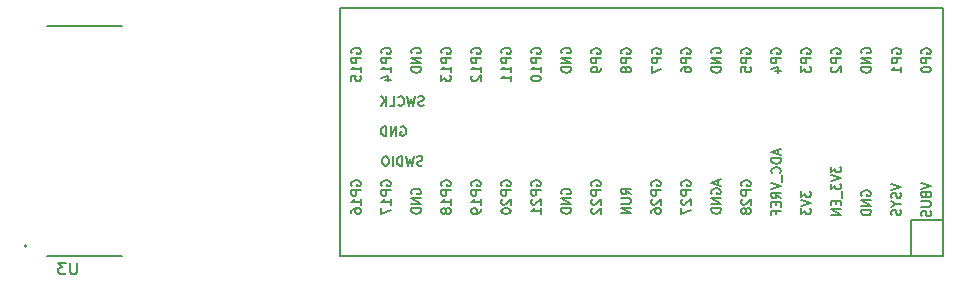
<source format=gbr>
%TF.GenerationSoftware,KiCad,Pcbnew,8.0.5*%
%TF.CreationDate,2025-05-24T13:04:27-04:00*%
%TF.ProjectId,Keyboard-Saturn,4b657962-6f61-4726-942d-53617475726e,rev?*%
%TF.SameCoordinates,Original*%
%TF.FileFunction,Legend,Bot*%
%TF.FilePolarity,Positive*%
%FSLAX46Y46*%
G04 Gerber Fmt 4.6, Leading zero omitted, Abs format (unit mm)*
G04 Created by KiCad (PCBNEW 8.0.5) date 2025-05-24 13:04:27*
%MOMM*%
%LPD*%
G01*
G04 APERTURE LIST*
%ADD10C,0.150000*%
%ADD11C,0.127000*%
%ADD12C,0.200000*%
G04 APERTURE END LIST*
D10*
X443680390Y-51893571D02*
X443642295Y-51817381D01*
X443642295Y-51817381D02*
X443642295Y-51703095D01*
X443642295Y-51703095D02*
X443680390Y-51588809D01*
X443680390Y-51588809D02*
X443756580Y-51512619D01*
X443756580Y-51512619D02*
X443832771Y-51474524D01*
X443832771Y-51474524D02*
X443985152Y-51436428D01*
X443985152Y-51436428D02*
X444099438Y-51436428D01*
X444099438Y-51436428D02*
X444251819Y-51474524D01*
X444251819Y-51474524D02*
X444328009Y-51512619D01*
X444328009Y-51512619D02*
X444404200Y-51588809D01*
X444404200Y-51588809D02*
X444442295Y-51703095D01*
X444442295Y-51703095D02*
X444442295Y-51779286D01*
X444442295Y-51779286D02*
X444404200Y-51893571D01*
X444404200Y-51893571D02*
X444366104Y-51931667D01*
X444366104Y-51931667D02*
X444099438Y-51931667D01*
X444099438Y-51931667D02*
X444099438Y-51779286D01*
X444442295Y-52274524D02*
X443642295Y-52274524D01*
X443642295Y-52274524D02*
X443642295Y-52579286D01*
X443642295Y-52579286D02*
X443680390Y-52655476D01*
X443680390Y-52655476D02*
X443718485Y-52693571D01*
X443718485Y-52693571D02*
X443794676Y-52731667D01*
X443794676Y-52731667D02*
X443908961Y-52731667D01*
X443908961Y-52731667D02*
X443985152Y-52693571D01*
X443985152Y-52693571D02*
X444023247Y-52655476D01*
X444023247Y-52655476D02*
X444061342Y-52579286D01*
X444061342Y-52579286D02*
X444061342Y-52274524D01*
X443642295Y-52998333D02*
X443642295Y-53493571D01*
X443642295Y-53493571D02*
X443947057Y-53226905D01*
X443947057Y-53226905D02*
X443947057Y-53341190D01*
X443947057Y-53341190D02*
X443985152Y-53417381D01*
X443985152Y-53417381D02*
X444023247Y-53455476D01*
X444023247Y-53455476D02*
X444099438Y-53493571D01*
X444099438Y-53493571D02*
X444289914Y-53493571D01*
X444289914Y-53493571D02*
X444366104Y-53455476D01*
X444366104Y-53455476D02*
X444404200Y-53417381D01*
X444404200Y-53417381D02*
X444442295Y-53341190D01*
X444442295Y-53341190D02*
X444442295Y-53112619D01*
X444442295Y-53112619D02*
X444404200Y-53036428D01*
X444404200Y-53036428D02*
X444366104Y-52998333D01*
X423360390Y-63785476D02*
X423322295Y-63709286D01*
X423322295Y-63709286D02*
X423322295Y-63595000D01*
X423322295Y-63595000D02*
X423360390Y-63480714D01*
X423360390Y-63480714D02*
X423436580Y-63404524D01*
X423436580Y-63404524D02*
X423512771Y-63366429D01*
X423512771Y-63366429D02*
X423665152Y-63328333D01*
X423665152Y-63328333D02*
X423779438Y-63328333D01*
X423779438Y-63328333D02*
X423931819Y-63366429D01*
X423931819Y-63366429D02*
X424008009Y-63404524D01*
X424008009Y-63404524D02*
X424084200Y-63480714D01*
X424084200Y-63480714D02*
X424122295Y-63595000D01*
X424122295Y-63595000D02*
X424122295Y-63671191D01*
X424122295Y-63671191D02*
X424084200Y-63785476D01*
X424084200Y-63785476D02*
X424046104Y-63823572D01*
X424046104Y-63823572D02*
X423779438Y-63823572D01*
X423779438Y-63823572D02*
X423779438Y-63671191D01*
X424122295Y-64166429D02*
X423322295Y-64166429D01*
X423322295Y-64166429D02*
X424122295Y-64623572D01*
X424122295Y-64623572D02*
X423322295Y-64623572D01*
X424122295Y-65004524D02*
X423322295Y-65004524D01*
X423322295Y-65004524D02*
X423322295Y-65195000D01*
X423322295Y-65195000D02*
X423360390Y-65309286D01*
X423360390Y-65309286D02*
X423436580Y-65385476D01*
X423436580Y-65385476D02*
X423512771Y-65423571D01*
X423512771Y-65423571D02*
X423665152Y-65461667D01*
X423665152Y-65461667D02*
X423779438Y-65461667D01*
X423779438Y-65461667D02*
X423931819Y-65423571D01*
X423931819Y-65423571D02*
X424008009Y-65385476D01*
X424008009Y-65385476D02*
X424084200Y-65309286D01*
X424084200Y-65309286D02*
X424122295Y-65195000D01*
X424122295Y-65195000D02*
X424122295Y-65004524D01*
X428440390Y-51893571D02*
X428402295Y-51817381D01*
X428402295Y-51817381D02*
X428402295Y-51703095D01*
X428402295Y-51703095D02*
X428440390Y-51588809D01*
X428440390Y-51588809D02*
X428516580Y-51512619D01*
X428516580Y-51512619D02*
X428592771Y-51474524D01*
X428592771Y-51474524D02*
X428745152Y-51436428D01*
X428745152Y-51436428D02*
X428859438Y-51436428D01*
X428859438Y-51436428D02*
X429011819Y-51474524D01*
X429011819Y-51474524D02*
X429088009Y-51512619D01*
X429088009Y-51512619D02*
X429164200Y-51588809D01*
X429164200Y-51588809D02*
X429202295Y-51703095D01*
X429202295Y-51703095D02*
X429202295Y-51779286D01*
X429202295Y-51779286D02*
X429164200Y-51893571D01*
X429164200Y-51893571D02*
X429126104Y-51931667D01*
X429126104Y-51931667D02*
X428859438Y-51931667D01*
X428859438Y-51931667D02*
X428859438Y-51779286D01*
X429202295Y-52274524D02*
X428402295Y-52274524D01*
X428402295Y-52274524D02*
X428402295Y-52579286D01*
X428402295Y-52579286D02*
X428440390Y-52655476D01*
X428440390Y-52655476D02*
X428478485Y-52693571D01*
X428478485Y-52693571D02*
X428554676Y-52731667D01*
X428554676Y-52731667D02*
X428668961Y-52731667D01*
X428668961Y-52731667D02*
X428745152Y-52693571D01*
X428745152Y-52693571D02*
X428783247Y-52655476D01*
X428783247Y-52655476D02*
X428821342Y-52579286D01*
X428821342Y-52579286D02*
X428821342Y-52274524D01*
X428745152Y-53188809D02*
X428707057Y-53112619D01*
X428707057Y-53112619D02*
X428668961Y-53074524D01*
X428668961Y-53074524D02*
X428592771Y-53036428D01*
X428592771Y-53036428D02*
X428554676Y-53036428D01*
X428554676Y-53036428D02*
X428478485Y-53074524D01*
X428478485Y-53074524D02*
X428440390Y-53112619D01*
X428440390Y-53112619D02*
X428402295Y-53188809D01*
X428402295Y-53188809D02*
X428402295Y-53341190D01*
X428402295Y-53341190D02*
X428440390Y-53417381D01*
X428440390Y-53417381D02*
X428478485Y-53455476D01*
X428478485Y-53455476D02*
X428554676Y-53493571D01*
X428554676Y-53493571D02*
X428592771Y-53493571D01*
X428592771Y-53493571D02*
X428668961Y-53455476D01*
X428668961Y-53455476D02*
X428707057Y-53417381D01*
X428707057Y-53417381D02*
X428745152Y-53341190D01*
X428745152Y-53341190D02*
X428745152Y-53188809D01*
X428745152Y-53188809D02*
X428783247Y-53112619D01*
X428783247Y-53112619D02*
X428821342Y-53074524D01*
X428821342Y-53074524D02*
X428897533Y-53036428D01*
X428897533Y-53036428D02*
X429049914Y-53036428D01*
X429049914Y-53036428D02*
X429126104Y-53074524D01*
X429126104Y-53074524D02*
X429164200Y-53112619D01*
X429164200Y-53112619D02*
X429202295Y-53188809D01*
X429202295Y-53188809D02*
X429202295Y-53341190D01*
X429202295Y-53341190D02*
X429164200Y-53417381D01*
X429164200Y-53417381D02*
X429126104Y-53455476D01*
X429126104Y-53455476D02*
X429049914Y-53493571D01*
X429049914Y-53493571D02*
X428897533Y-53493571D01*
X428897533Y-53493571D02*
X428821342Y-53455476D01*
X428821342Y-53455476D02*
X428783247Y-53417381D01*
X428783247Y-53417381D02*
X428745152Y-53341190D01*
X448760390Y-51855476D02*
X448722295Y-51779286D01*
X448722295Y-51779286D02*
X448722295Y-51665000D01*
X448722295Y-51665000D02*
X448760390Y-51550714D01*
X448760390Y-51550714D02*
X448836580Y-51474524D01*
X448836580Y-51474524D02*
X448912771Y-51436429D01*
X448912771Y-51436429D02*
X449065152Y-51398333D01*
X449065152Y-51398333D02*
X449179438Y-51398333D01*
X449179438Y-51398333D02*
X449331819Y-51436429D01*
X449331819Y-51436429D02*
X449408009Y-51474524D01*
X449408009Y-51474524D02*
X449484200Y-51550714D01*
X449484200Y-51550714D02*
X449522295Y-51665000D01*
X449522295Y-51665000D02*
X449522295Y-51741191D01*
X449522295Y-51741191D02*
X449484200Y-51855476D01*
X449484200Y-51855476D02*
X449446104Y-51893572D01*
X449446104Y-51893572D02*
X449179438Y-51893572D01*
X449179438Y-51893572D02*
X449179438Y-51741191D01*
X449522295Y-52236429D02*
X448722295Y-52236429D01*
X448722295Y-52236429D02*
X449522295Y-52693572D01*
X449522295Y-52693572D02*
X448722295Y-52693572D01*
X449522295Y-53074524D02*
X448722295Y-53074524D01*
X448722295Y-53074524D02*
X448722295Y-53265000D01*
X448722295Y-53265000D02*
X448760390Y-53379286D01*
X448760390Y-53379286D02*
X448836580Y-53455476D01*
X448836580Y-53455476D02*
X448912771Y-53493571D01*
X448912771Y-53493571D02*
X449065152Y-53531667D01*
X449065152Y-53531667D02*
X449179438Y-53531667D01*
X449179438Y-53531667D02*
X449331819Y-53493571D01*
X449331819Y-53493571D02*
X449408009Y-53455476D01*
X449408009Y-53455476D02*
X449484200Y-53379286D01*
X449484200Y-53379286D02*
X449522295Y-53265000D01*
X449522295Y-53265000D02*
X449522295Y-53074524D01*
X423360390Y-51855476D02*
X423322295Y-51779286D01*
X423322295Y-51779286D02*
X423322295Y-51665000D01*
X423322295Y-51665000D02*
X423360390Y-51550714D01*
X423360390Y-51550714D02*
X423436580Y-51474524D01*
X423436580Y-51474524D02*
X423512771Y-51436429D01*
X423512771Y-51436429D02*
X423665152Y-51398333D01*
X423665152Y-51398333D02*
X423779438Y-51398333D01*
X423779438Y-51398333D02*
X423931819Y-51436429D01*
X423931819Y-51436429D02*
X424008009Y-51474524D01*
X424008009Y-51474524D02*
X424084200Y-51550714D01*
X424084200Y-51550714D02*
X424122295Y-51665000D01*
X424122295Y-51665000D02*
X424122295Y-51741191D01*
X424122295Y-51741191D02*
X424084200Y-51855476D01*
X424084200Y-51855476D02*
X424046104Y-51893572D01*
X424046104Y-51893572D02*
X423779438Y-51893572D01*
X423779438Y-51893572D02*
X423779438Y-51741191D01*
X424122295Y-52236429D02*
X423322295Y-52236429D01*
X423322295Y-52236429D02*
X424122295Y-52693572D01*
X424122295Y-52693572D02*
X423322295Y-52693572D01*
X424122295Y-53074524D02*
X423322295Y-53074524D01*
X423322295Y-53074524D02*
X423322295Y-53265000D01*
X423322295Y-53265000D02*
X423360390Y-53379286D01*
X423360390Y-53379286D02*
X423436580Y-53455476D01*
X423436580Y-53455476D02*
X423512771Y-53493571D01*
X423512771Y-53493571D02*
X423665152Y-53531667D01*
X423665152Y-53531667D02*
X423779438Y-53531667D01*
X423779438Y-53531667D02*
X423931819Y-53493571D01*
X423931819Y-53493571D02*
X424008009Y-53455476D01*
X424008009Y-53455476D02*
X424084200Y-53379286D01*
X424084200Y-53379286D02*
X424122295Y-53265000D01*
X424122295Y-53265000D02*
X424122295Y-53074524D01*
X429202295Y-63804524D02*
X428821342Y-63537857D01*
X429202295Y-63347381D02*
X428402295Y-63347381D01*
X428402295Y-63347381D02*
X428402295Y-63652143D01*
X428402295Y-63652143D02*
X428440390Y-63728333D01*
X428440390Y-63728333D02*
X428478485Y-63766428D01*
X428478485Y-63766428D02*
X428554676Y-63804524D01*
X428554676Y-63804524D02*
X428668961Y-63804524D01*
X428668961Y-63804524D02*
X428745152Y-63766428D01*
X428745152Y-63766428D02*
X428783247Y-63728333D01*
X428783247Y-63728333D02*
X428821342Y-63652143D01*
X428821342Y-63652143D02*
X428821342Y-63347381D01*
X428402295Y-64147381D02*
X429049914Y-64147381D01*
X429049914Y-64147381D02*
X429126104Y-64185476D01*
X429126104Y-64185476D02*
X429164200Y-64223571D01*
X429164200Y-64223571D02*
X429202295Y-64299762D01*
X429202295Y-64299762D02*
X429202295Y-64452143D01*
X429202295Y-64452143D02*
X429164200Y-64528333D01*
X429164200Y-64528333D02*
X429126104Y-64566428D01*
X429126104Y-64566428D02*
X429049914Y-64604524D01*
X429049914Y-64604524D02*
X428402295Y-64604524D01*
X429202295Y-64985476D02*
X428402295Y-64985476D01*
X428402295Y-64985476D02*
X429202295Y-65442619D01*
X429202295Y-65442619D02*
X428402295Y-65442619D01*
X433510390Y-63092618D02*
X433472295Y-63016428D01*
X433472295Y-63016428D02*
X433472295Y-62902142D01*
X433472295Y-62902142D02*
X433510390Y-62787856D01*
X433510390Y-62787856D02*
X433586580Y-62711666D01*
X433586580Y-62711666D02*
X433662771Y-62673571D01*
X433662771Y-62673571D02*
X433815152Y-62635475D01*
X433815152Y-62635475D02*
X433929438Y-62635475D01*
X433929438Y-62635475D02*
X434081819Y-62673571D01*
X434081819Y-62673571D02*
X434158009Y-62711666D01*
X434158009Y-62711666D02*
X434234200Y-62787856D01*
X434234200Y-62787856D02*
X434272295Y-62902142D01*
X434272295Y-62902142D02*
X434272295Y-62978333D01*
X434272295Y-62978333D02*
X434234200Y-63092618D01*
X434234200Y-63092618D02*
X434196104Y-63130714D01*
X434196104Y-63130714D02*
X433929438Y-63130714D01*
X433929438Y-63130714D02*
X433929438Y-62978333D01*
X434272295Y-63473571D02*
X433472295Y-63473571D01*
X433472295Y-63473571D02*
X433472295Y-63778333D01*
X433472295Y-63778333D02*
X433510390Y-63854523D01*
X433510390Y-63854523D02*
X433548485Y-63892618D01*
X433548485Y-63892618D02*
X433624676Y-63930714D01*
X433624676Y-63930714D02*
X433738961Y-63930714D01*
X433738961Y-63930714D02*
X433815152Y-63892618D01*
X433815152Y-63892618D02*
X433853247Y-63854523D01*
X433853247Y-63854523D02*
X433891342Y-63778333D01*
X433891342Y-63778333D02*
X433891342Y-63473571D01*
X433548485Y-64235475D02*
X433510390Y-64273571D01*
X433510390Y-64273571D02*
X433472295Y-64349761D01*
X433472295Y-64349761D02*
X433472295Y-64540237D01*
X433472295Y-64540237D02*
X433510390Y-64616428D01*
X433510390Y-64616428D02*
X433548485Y-64654523D01*
X433548485Y-64654523D02*
X433624676Y-64692618D01*
X433624676Y-64692618D02*
X433700866Y-64692618D01*
X433700866Y-64692618D02*
X433815152Y-64654523D01*
X433815152Y-64654523D02*
X434272295Y-64197380D01*
X434272295Y-64197380D02*
X434272295Y-64692618D01*
X433472295Y-64959285D02*
X433472295Y-65492619D01*
X433472295Y-65492619D02*
X434272295Y-65149761D01*
X420820390Y-51862618D02*
X420782295Y-51786428D01*
X420782295Y-51786428D02*
X420782295Y-51672142D01*
X420782295Y-51672142D02*
X420820390Y-51557856D01*
X420820390Y-51557856D02*
X420896580Y-51481666D01*
X420896580Y-51481666D02*
X420972771Y-51443571D01*
X420972771Y-51443571D02*
X421125152Y-51405475D01*
X421125152Y-51405475D02*
X421239438Y-51405475D01*
X421239438Y-51405475D02*
X421391819Y-51443571D01*
X421391819Y-51443571D02*
X421468009Y-51481666D01*
X421468009Y-51481666D02*
X421544200Y-51557856D01*
X421544200Y-51557856D02*
X421582295Y-51672142D01*
X421582295Y-51672142D02*
X421582295Y-51748333D01*
X421582295Y-51748333D02*
X421544200Y-51862618D01*
X421544200Y-51862618D02*
X421506104Y-51900714D01*
X421506104Y-51900714D02*
X421239438Y-51900714D01*
X421239438Y-51900714D02*
X421239438Y-51748333D01*
X421582295Y-52243571D02*
X420782295Y-52243571D01*
X420782295Y-52243571D02*
X420782295Y-52548333D01*
X420782295Y-52548333D02*
X420820390Y-52624523D01*
X420820390Y-52624523D02*
X420858485Y-52662618D01*
X420858485Y-52662618D02*
X420934676Y-52700714D01*
X420934676Y-52700714D02*
X421048961Y-52700714D01*
X421048961Y-52700714D02*
X421125152Y-52662618D01*
X421125152Y-52662618D02*
X421163247Y-52624523D01*
X421163247Y-52624523D02*
X421201342Y-52548333D01*
X421201342Y-52548333D02*
X421201342Y-52243571D01*
X421582295Y-53462618D02*
X421582295Y-53005475D01*
X421582295Y-53234047D02*
X420782295Y-53234047D01*
X420782295Y-53234047D02*
X420896580Y-53157856D01*
X420896580Y-53157856D02*
X420972771Y-53081666D01*
X420972771Y-53081666D02*
X421010866Y-53005475D01*
X420782295Y-53957857D02*
X420782295Y-54034047D01*
X420782295Y-54034047D02*
X420820390Y-54110238D01*
X420820390Y-54110238D02*
X420858485Y-54148333D01*
X420858485Y-54148333D02*
X420934676Y-54186428D01*
X420934676Y-54186428D02*
X421087057Y-54224523D01*
X421087057Y-54224523D02*
X421277533Y-54224523D01*
X421277533Y-54224523D02*
X421429914Y-54186428D01*
X421429914Y-54186428D02*
X421506104Y-54148333D01*
X421506104Y-54148333D02*
X421544200Y-54110238D01*
X421544200Y-54110238D02*
X421582295Y-54034047D01*
X421582295Y-54034047D02*
X421582295Y-53957857D01*
X421582295Y-53957857D02*
X421544200Y-53881666D01*
X421544200Y-53881666D02*
X421506104Y-53843571D01*
X421506104Y-53843571D02*
X421429914Y-53805476D01*
X421429914Y-53805476D02*
X421277533Y-53767380D01*
X421277533Y-53767380D02*
X421087057Y-53767380D01*
X421087057Y-53767380D02*
X420934676Y-53805476D01*
X420934676Y-53805476D02*
X420858485Y-53843571D01*
X420858485Y-53843571D02*
X420820390Y-53881666D01*
X420820390Y-53881666D02*
X420782295Y-53957857D01*
X420810390Y-63092618D02*
X420772295Y-63016428D01*
X420772295Y-63016428D02*
X420772295Y-62902142D01*
X420772295Y-62902142D02*
X420810390Y-62787856D01*
X420810390Y-62787856D02*
X420886580Y-62711666D01*
X420886580Y-62711666D02*
X420962771Y-62673571D01*
X420962771Y-62673571D02*
X421115152Y-62635475D01*
X421115152Y-62635475D02*
X421229438Y-62635475D01*
X421229438Y-62635475D02*
X421381819Y-62673571D01*
X421381819Y-62673571D02*
X421458009Y-62711666D01*
X421458009Y-62711666D02*
X421534200Y-62787856D01*
X421534200Y-62787856D02*
X421572295Y-62902142D01*
X421572295Y-62902142D02*
X421572295Y-62978333D01*
X421572295Y-62978333D02*
X421534200Y-63092618D01*
X421534200Y-63092618D02*
X421496104Y-63130714D01*
X421496104Y-63130714D02*
X421229438Y-63130714D01*
X421229438Y-63130714D02*
X421229438Y-62978333D01*
X421572295Y-63473571D02*
X420772295Y-63473571D01*
X420772295Y-63473571D02*
X420772295Y-63778333D01*
X420772295Y-63778333D02*
X420810390Y-63854523D01*
X420810390Y-63854523D02*
X420848485Y-63892618D01*
X420848485Y-63892618D02*
X420924676Y-63930714D01*
X420924676Y-63930714D02*
X421038961Y-63930714D01*
X421038961Y-63930714D02*
X421115152Y-63892618D01*
X421115152Y-63892618D02*
X421153247Y-63854523D01*
X421153247Y-63854523D02*
X421191342Y-63778333D01*
X421191342Y-63778333D02*
X421191342Y-63473571D01*
X420848485Y-64235475D02*
X420810390Y-64273571D01*
X420810390Y-64273571D02*
X420772295Y-64349761D01*
X420772295Y-64349761D02*
X420772295Y-64540237D01*
X420772295Y-64540237D02*
X420810390Y-64616428D01*
X420810390Y-64616428D02*
X420848485Y-64654523D01*
X420848485Y-64654523D02*
X420924676Y-64692618D01*
X420924676Y-64692618D02*
X421000866Y-64692618D01*
X421000866Y-64692618D02*
X421115152Y-64654523D01*
X421115152Y-64654523D02*
X421572295Y-64197380D01*
X421572295Y-64197380D02*
X421572295Y-64692618D01*
X421572295Y-65454523D02*
X421572295Y-64997380D01*
X421572295Y-65225952D02*
X420772295Y-65225952D01*
X420772295Y-65225952D02*
X420886580Y-65149761D01*
X420886580Y-65149761D02*
X420962771Y-65073571D01*
X420962771Y-65073571D02*
X421000866Y-64997380D01*
X441140390Y-51893571D02*
X441102295Y-51817381D01*
X441102295Y-51817381D02*
X441102295Y-51703095D01*
X441102295Y-51703095D02*
X441140390Y-51588809D01*
X441140390Y-51588809D02*
X441216580Y-51512619D01*
X441216580Y-51512619D02*
X441292771Y-51474524D01*
X441292771Y-51474524D02*
X441445152Y-51436428D01*
X441445152Y-51436428D02*
X441559438Y-51436428D01*
X441559438Y-51436428D02*
X441711819Y-51474524D01*
X441711819Y-51474524D02*
X441788009Y-51512619D01*
X441788009Y-51512619D02*
X441864200Y-51588809D01*
X441864200Y-51588809D02*
X441902295Y-51703095D01*
X441902295Y-51703095D02*
X441902295Y-51779286D01*
X441902295Y-51779286D02*
X441864200Y-51893571D01*
X441864200Y-51893571D02*
X441826104Y-51931667D01*
X441826104Y-51931667D02*
X441559438Y-51931667D01*
X441559438Y-51931667D02*
X441559438Y-51779286D01*
X441902295Y-52274524D02*
X441102295Y-52274524D01*
X441102295Y-52274524D02*
X441102295Y-52579286D01*
X441102295Y-52579286D02*
X441140390Y-52655476D01*
X441140390Y-52655476D02*
X441178485Y-52693571D01*
X441178485Y-52693571D02*
X441254676Y-52731667D01*
X441254676Y-52731667D02*
X441368961Y-52731667D01*
X441368961Y-52731667D02*
X441445152Y-52693571D01*
X441445152Y-52693571D02*
X441483247Y-52655476D01*
X441483247Y-52655476D02*
X441521342Y-52579286D01*
X441521342Y-52579286D02*
X441521342Y-52274524D01*
X441368961Y-53417381D02*
X441902295Y-53417381D01*
X441064200Y-53226905D02*
X441635628Y-53036428D01*
X441635628Y-53036428D02*
X441635628Y-53531667D01*
X408120390Y-63092618D02*
X408082295Y-63016428D01*
X408082295Y-63016428D02*
X408082295Y-62902142D01*
X408082295Y-62902142D02*
X408120390Y-62787856D01*
X408120390Y-62787856D02*
X408196580Y-62711666D01*
X408196580Y-62711666D02*
X408272771Y-62673571D01*
X408272771Y-62673571D02*
X408425152Y-62635475D01*
X408425152Y-62635475D02*
X408539438Y-62635475D01*
X408539438Y-62635475D02*
X408691819Y-62673571D01*
X408691819Y-62673571D02*
X408768009Y-62711666D01*
X408768009Y-62711666D02*
X408844200Y-62787856D01*
X408844200Y-62787856D02*
X408882295Y-62902142D01*
X408882295Y-62902142D02*
X408882295Y-62978333D01*
X408882295Y-62978333D02*
X408844200Y-63092618D01*
X408844200Y-63092618D02*
X408806104Y-63130714D01*
X408806104Y-63130714D02*
X408539438Y-63130714D01*
X408539438Y-63130714D02*
X408539438Y-62978333D01*
X408882295Y-63473571D02*
X408082295Y-63473571D01*
X408082295Y-63473571D02*
X408082295Y-63778333D01*
X408082295Y-63778333D02*
X408120390Y-63854523D01*
X408120390Y-63854523D02*
X408158485Y-63892618D01*
X408158485Y-63892618D02*
X408234676Y-63930714D01*
X408234676Y-63930714D02*
X408348961Y-63930714D01*
X408348961Y-63930714D02*
X408425152Y-63892618D01*
X408425152Y-63892618D02*
X408463247Y-63854523D01*
X408463247Y-63854523D02*
X408501342Y-63778333D01*
X408501342Y-63778333D02*
X408501342Y-63473571D01*
X408882295Y-64692618D02*
X408882295Y-64235475D01*
X408882295Y-64464047D02*
X408082295Y-64464047D01*
X408082295Y-64464047D02*
X408196580Y-64387856D01*
X408196580Y-64387856D02*
X408272771Y-64311666D01*
X408272771Y-64311666D02*
X408310866Y-64235475D01*
X408082295Y-64959285D02*
X408082295Y-65492619D01*
X408082295Y-65492619D02*
X408882295Y-65149761D01*
X409719523Y-58105390D02*
X409795713Y-58067295D01*
X409795713Y-58067295D02*
X409909999Y-58067295D01*
X409909999Y-58067295D02*
X410024285Y-58105390D01*
X410024285Y-58105390D02*
X410100475Y-58181580D01*
X410100475Y-58181580D02*
X410138570Y-58257771D01*
X410138570Y-58257771D02*
X410176666Y-58410152D01*
X410176666Y-58410152D02*
X410176666Y-58524438D01*
X410176666Y-58524438D02*
X410138570Y-58676819D01*
X410138570Y-58676819D02*
X410100475Y-58753009D01*
X410100475Y-58753009D02*
X410024285Y-58829200D01*
X410024285Y-58829200D02*
X409909999Y-58867295D01*
X409909999Y-58867295D02*
X409833808Y-58867295D01*
X409833808Y-58867295D02*
X409719523Y-58829200D01*
X409719523Y-58829200D02*
X409681427Y-58791104D01*
X409681427Y-58791104D02*
X409681427Y-58524438D01*
X409681427Y-58524438D02*
X409833808Y-58524438D01*
X409338570Y-58867295D02*
X409338570Y-58067295D01*
X409338570Y-58067295D02*
X408881427Y-58867295D01*
X408881427Y-58867295D02*
X408881427Y-58067295D01*
X408500475Y-58867295D02*
X408500475Y-58067295D01*
X408500475Y-58067295D02*
X408309999Y-58067295D01*
X408309999Y-58067295D02*
X408195713Y-58105390D01*
X408195713Y-58105390D02*
X408119523Y-58181580D01*
X408119523Y-58181580D02*
X408081428Y-58257771D01*
X408081428Y-58257771D02*
X408043332Y-58410152D01*
X408043332Y-58410152D02*
X408043332Y-58524438D01*
X408043332Y-58524438D02*
X408081428Y-58676819D01*
X408081428Y-58676819D02*
X408119523Y-58753009D01*
X408119523Y-58753009D02*
X408195713Y-58829200D01*
X408195713Y-58829200D02*
X408309999Y-58867295D01*
X408309999Y-58867295D02*
X408500475Y-58867295D01*
X410660390Y-51855476D02*
X410622295Y-51779286D01*
X410622295Y-51779286D02*
X410622295Y-51665000D01*
X410622295Y-51665000D02*
X410660390Y-51550714D01*
X410660390Y-51550714D02*
X410736580Y-51474524D01*
X410736580Y-51474524D02*
X410812771Y-51436429D01*
X410812771Y-51436429D02*
X410965152Y-51398333D01*
X410965152Y-51398333D02*
X411079438Y-51398333D01*
X411079438Y-51398333D02*
X411231819Y-51436429D01*
X411231819Y-51436429D02*
X411308009Y-51474524D01*
X411308009Y-51474524D02*
X411384200Y-51550714D01*
X411384200Y-51550714D02*
X411422295Y-51665000D01*
X411422295Y-51665000D02*
X411422295Y-51741191D01*
X411422295Y-51741191D02*
X411384200Y-51855476D01*
X411384200Y-51855476D02*
X411346104Y-51893572D01*
X411346104Y-51893572D02*
X411079438Y-51893572D01*
X411079438Y-51893572D02*
X411079438Y-51741191D01*
X411422295Y-52236429D02*
X410622295Y-52236429D01*
X410622295Y-52236429D02*
X411422295Y-52693572D01*
X411422295Y-52693572D02*
X410622295Y-52693572D01*
X411422295Y-53074524D02*
X410622295Y-53074524D01*
X410622295Y-53074524D02*
X410622295Y-53265000D01*
X410622295Y-53265000D02*
X410660390Y-53379286D01*
X410660390Y-53379286D02*
X410736580Y-53455476D01*
X410736580Y-53455476D02*
X410812771Y-53493571D01*
X410812771Y-53493571D02*
X410965152Y-53531667D01*
X410965152Y-53531667D02*
X411079438Y-53531667D01*
X411079438Y-53531667D02*
X411231819Y-53493571D01*
X411231819Y-53493571D02*
X411308009Y-53455476D01*
X411308009Y-53455476D02*
X411384200Y-53379286D01*
X411384200Y-53379286D02*
X411422295Y-53265000D01*
X411422295Y-53265000D02*
X411422295Y-53074524D01*
X408120390Y-51862618D02*
X408082295Y-51786428D01*
X408082295Y-51786428D02*
X408082295Y-51672142D01*
X408082295Y-51672142D02*
X408120390Y-51557856D01*
X408120390Y-51557856D02*
X408196580Y-51481666D01*
X408196580Y-51481666D02*
X408272771Y-51443571D01*
X408272771Y-51443571D02*
X408425152Y-51405475D01*
X408425152Y-51405475D02*
X408539438Y-51405475D01*
X408539438Y-51405475D02*
X408691819Y-51443571D01*
X408691819Y-51443571D02*
X408768009Y-51481666D01*
X408768009Y-51481666D02*
X408844200Y-51557856D01*
X408844200Y-51557856D02*
X408882295Y-51672142D01*
X408882295Y-51672142D02*
X408882295Y-51748333D01*
X408882295Y-51748333D02*
X408844200Y-51862618D01*
X408844200Y-51862618D02*
X408806104Y-51900714D01*
X408806104Y-51900714D02*
X408539438Y-51900714D01*
X408539438Y-51900714D02*
X408539438Y-51748333D01*
X408882295Y-52243571D02*
X408082295Y-52243571D01*
X408082295Y-52243571D02*
X408082295Y-52548333D01*
X408082295Y-52548333D02*
X408120390Y-52624523D01*
X408120390Y-52624523D02*
X408158485Y-52662618D01*
X408158485Y-52662618D02*
X408234676Y-52700714D01*
X408234676Y-52700714D02*
X408348961Y-52700714D01*
X408348961Y-52700714D02*
X408425152Y-52662618D01*
X408425152Y-52662618D02*
X408463247Y-52624523D01*
X408463247Y-52624523D02*
X408501342Y-52548333D01*
X408501342Y-52548333D02*
X408501342Y-52243571D01*
X408882295Y-53462618D02*
X408882295Y-53005475D01*
X408882295Y-53234047D02*
X408082295Y-53234047D01*
X408082295Y-53234047D02*
X408196580Y-53157856D01*
X408196580Y-53157856D02*
X408272771Y-53081666D01*
X408272771Y-53081666D02*
X408310866Y-53005475D01*
X408348961Y-54148333D02*
X408882295Y-54148333D01*
X408044200Y-53957857D02*
X408615628Y-53767380D01*
X408615628Y-53767380D02*
X408615628Y-54262619D01*
X415740390Y-63092618D02*
X415702295Y-63016428D01*
X415702295Y-63016428D02*
X415702295Y-62902142D01*
X415702295Y-62902142D02*
X415740390Y-62787856D01*
X415740390Y-62787856D02*
X415816580Y-62711666D01*
X415816580Y-62711666D02*
X415892771Y-62673571D01*
X415892771Y-62673571D02*
X416045152Y-62635475D01*
X416045152Y-62635475D02*
X416159438Y-62635475D01*
X416159438Y-62635475D02*
X416311819Y-62673571D01*
X416311819Y-62673571D02*
X416388009Y-62711666D01*
X416388009Y-62711666D02*
X416464200Y-62787856D01*
X416464200Y-62787856D02*
X416502295Y-62902142D01*
X416502295Y-62902142D02*
X416502295Y-62978333D01*
X416502295Y-62978333D02*
X416464200Y-63092618D01*
X416464200Y-63092618D02*
X416426104Y-63130714D01*
X416426104Y-63130714D02*
X416159438Y-63130714D01*
X416159438Y-63130714D02*
X416159438Y-62978333D01*
X416502295Y-63473571D02*
X415702295Y-63473571D01*
X415702295Y-63473571D02*
X415702295Y-63778333D01*
X415702295Y-63778333D02*
X415740390Y-63854523D01*
X415740390Y-63854523D02*
X415778485Y-63892618D01*
X415778485Y-63892618D02*
X415854676Y-63930714D01*
X415854676Y-63930714D02*
X415968961Y-63930714D01*
X415968961Y-63930714D02*
X416045152Y-63892618D01*
X416045152Y-63892618D02*
X416083247Y-63854523D01*
X416083247Y-63854523D02*
X416121342Y-63778333D01*
X416121342Y-63778333D02*
X416121342Y-63473571D01*
X416502295Y-64692618D02*
X416502295Y-64235475D01*
X416502295Y-64464047D02*
X415702295Y-64464047D01*
X415702295Y-64464047D02*
X415816580Y-64387856D01*
X415816580Y-64387856D02*
X415892771Y-64311666D01*
X415892771Y-64311666D02*
X415930866Y-64235475D01*
X416502295Y-65073571D02*
X416502295Y-65225952D01*
X416502295Y-65225952D02*
X416464200Y-65302142D01*
X416464200Y-65302142D02*
X416426104Y-65340238D01*
X416426104Y-65340238D02*
X416311819Y-65416428D01*
X416311819Y-65416428D02*
X416159438Y-65454523D01*
X416159438Y-65454523D02*
X415854676Y-65454523D01*
X415854676Y-65454523D02*
X415778485Y-65416428D01*
X415778485Y-65416428D02*
X415740390Y-65378333D01*
X415740390Y-65378333D02*
X415702295Y-65302142D01*
X415702295Y-65302142D02*
X415702295Y-65149761D01*
X415702295Y-65149761D02*
X415740390Y-65073571D01*
X415740390Y-65073571D02*
X415778485Y-65035476D01*
X415778485Y-65035476D02*
X415854676Y-64997380D01*
X415854676Y-64997380D02*
X416045152Y-64997380D01*
X416045152Y-64997380D02*
X416121342Y-65035476D01*
X416121342Y-65035476D02*
X416159438Y-65073571D01*
X416159438Y-65073571D02*
X416197533Y-65149761D01*
X416197533Y-65149761D02*
X416197533Y-65302142D01*
X416197533Y-65302142D02*
X416159438Y-65378333D01*
X416159438Y-65378333D02*
X416121342Y-65416428D01*
X416121342Y-65416428D02*
X416045152Y-65454523D01*
X451310390Y-51893571D02*
X451272295Y-51817381D01*
X451272295Y-51817381D02*
X451272295Y-51703095D01*
X451272295Y-51703095D02*
X451310390Y-51588809D01*
X451310390Y-51588809D02*
X451386580Y-51512619D01*
X451386580Y-51512619D02*
X451462771Y-51474524D01*
X451462771Y-51474524D02*
X451615152Y-51436428D01*
X451615152Y-51436428D02*
X451729438Y-51436428D01*
X451729438Y-51436428D02*
X451881819Y-51474524D01*
X451881819Y-51474524D02*
X451958009Y-51512619D01*
X451958009Y-51512619D02*
X452034200Y-51588809D01*
X452034200Y-51588809D02*
X452072295Y-51703095D01*
X452072295Y-51703095D02*
X452072295Y-51779286D01*
X452072295Y-51779286D02*
X452034200Y-51893571D01*
X452034200Y-51893571D02*
X451996104Y-51931667D01*
X451996104Y-51931667D02*
X451729438Y-51931667D01*
X451729438Y-51931667D02*
X451729438Y-51779286D01*
X452072295Y-52274524D02*
X451272295Y-52274524D01*
X451272295Y-52274524D02*
X451272295Y-52579286D01*
X451272295Y-52579286D02*
X451310390Y-52655476D01*
X451310390Y-52655476D02*
X451348485Y-52693571D01*
X451348485Y-52693571D02*
X451424676Y-52731667D01*
X451424676Y-52731667D02*
X451538961Y-52731667D01*
X451538961Y-52731667D02*
X451615152Y-52693571D01*
X451615152Y-52693571D02*
X451653247Y-52655476D01*
X451653247Y-52655476D02*
X451691342Y-52579286D01*
X451691342Y-52579286D02*
X451691342Y-52274524D01*
X452072295Y-53493571D02*
X452072295Y-53036428D01*
X452072295Y-53265000D02*
X451272295Y-53265000D01*
X451272295Y-53265000D02*
X451386580Y-53188809D01*
X451386580Y-53188809D02*
X451462771Y-53112619D01*
X451462771Y-53112619D02*
X451500866Y-53036428D01*
X405580390Y-63092618D02*
X405542295Y-63016428D01*
X405542295Y-63016428D02*
X405542295Y-62902142D01*
X405542295Y-62902142D02*
X405580390Y-62787856D01*
X405580390Y-62787856D02*
X405656580Y-62711666D01*
X405656580Y-62711666D02*
X405732771Y-62673571D01*
X405732771Y-62673571D02*
X405885152Y-62635475D01*
X405885152Y-62635475D02*
X405999438Y-62635475D01*
X405999438Y-62635475D02*
X406151819Y-62673571D01*
X406151819Y-62673571D02*
X406228009Y-62711666D01*
X406228009Y-62711666D02*
X406304200Y-62787856D01*
X406304200Y-62787856D02*
X406342295Y-62902142D01*
X406342295Y-62902142D02*
X406342295Y-62978333D01*
X406342295Y-62978333D02*
X406304200Y-63092618D01*
X406304200Y-63092618D02*
X406266104Y-63130714D01*
X406266104Y-63130714D02*
X405999438Y-63130714D01*
X405999438Y-63130714D02*
X405999438Y-62978333D01*
X406342295Y-63473571D02*
X405542295Y-63473571D01*
X405542295Y-63473571D02*
X405542295Y-63778333D01*
X405542295Y-63778333D02*
X405580390Y-63854523D01*
X405580390Y-63854523D02*
X405618485Y-63892618D01*
X405618485Y-63892618D02*
X405694676Y-63930714D01*
X405694676Y-63930714D02*
X405808961Y-63930714D01*
X405808961Y-63930714D02*
X405885152Y-63892618D01*
X405885152Y-63892618D02*
X405923247Y-63854523D01*
X405923247Y-63854523D02*
X405961342Y-63778333D01*
X405961342Y-63778333D02*
X405961342Y-63473571D01*
X406342295Y-64692618D02*
X406342295Y-64235475D01*
X406342295Y-64464047D02*
X405542295Y-64464047D01*
X405542295Y-64464047D02*
X405656580Y-64387856D01*
X405656580Y-64387856D02*
X405732771Y-64311666D01*
X405732771Y-64311666D02*
X405770866Y-64235475D01*
X405542295Y-65378333D02*
X405542295Y-65225952D01*
X405542295Y-65225952D02*
X405580390Y-65149761D01*
X405580390Y-65149761D02*
X405618485Y-65111666D01*
X405618485Y-65111666D02*
X405732771Y-65035476D01*
X405732771Y-65035476D02*
X405885152Y-64997380D01*
X405885152Y-64997380D02*
X406189914Y-64997380D01*
X406189914Y-64997380D02*
X406266104Y-65035476D01*
X406266104Y-65035476D02*
X406304200Y-65073571D01*
X406304200Y-65073571D02*
X406342295Y-65149761D01*
X406342295Y-65149761D02*
X406342295Y-65302142D01*
X406342295Y-65302142D02*
X406304200Y-65378333D01*
X406304200Y-65378333D02*
X406266104Y-65416428D01*
X406266104Y-65416428D02*
X406189914Y-65454523D01*
X406189914Y-65454523D02*
X405999438Y-65454523D01*
X405999438Y-65454523D02*
X405923247Y-65416428D01*
X405923247Y-65416428D02*
X405885152Y-65378333D01*
X405885152Y-65378333D02*
X405847057Y-65302142D01*
X405847057Y-65302142D02*
X405847057Y-65149761D01*
X405847057Y-65149761D02*
X405885152Y-65073571D01*
X405885152Y-65073571D02*
X405923247Y-65035476D01*
X405923247Y-65035476D02*
X405999438Y-64997380D01*
X438600390Y-51893571D02*
X438562295Y-51817381D01*
X438562295Y-51817381D02*
X438562295Y-51703095D01*
X438562295Y-51703095D02*
X438600390Y-51588809D01*
X438600390Y-51588809D02*
X438676580Y-51512619D01*
X438676580Y-51512619D02*
X438752771Y-51474524D01*
X438752771Y-51474524D02*
X438905152Y-51436428D01*
X438905152Y-51436428D02*
X439019438Y-51436428D01*
X439019438Y-51436428D02*
X439171819Y-51474524D01*
X439171819Y-51474524D02*
X439248009Y-51512619D01*
X439248009Y-51512619D02*
X439324200Y-51588809D01*
X439324200Y-51588809D02*
X439362295Y-51703095D01*
X439362295Y-51703095D02*
X439362295Y-51779286D01*
X439362295Y-51779286D02*
X439324200Y-51893571D01*
X439324200Y-51893571D02*
X439286104Y-51931667D01*
X439286104Y-51931667D02*
X439019438Y-51931667D01*
X439019438Y-51931667D02*
X439019438Y-51779286D01*
X439362295Y-52274524D02*
X438562295Y-52274524D01*
X438562295Y-52274524D02*
X438562295Y-52579286D01*
X438562295Y-52579286D02*
X438600390Y-52655476D01*
X438600390Y-52655476D02*
X438638485Y-52693571D01*
X438638485Y-52693571D02*
X438714676Y-52731667D01*
X438714676Y-52731667D02*
X438828961Y-52731667D01*
X438828961Y-52731667D02*
X438905152Y-52693571D01*
X438905152Y-52693571D02*
X438943247Y-52655476D01*
X438943247Y-52655476D02*
X438981342Y-52579286D01*
X438981342Y-52579286D02*
X438981342Y-52274524D01*
X438562295Y-53455476D02*
X438562295Y-53074524D01*
X438562295Y-53074524D02*
X438943247Y-53036428D01*
X438943247Y-53036428D02*
X438905152Y-53074524D01*
X438905152Y-53074524D02*
X438867057Y-53150714D01*
X438867057Y-53150714D02*
X438867057Y-53341190D01*
X438867057Y-53341190D02*
X438905152Y-53417381D01*
X438905152Y-53417381D02*
X438943247Y-53455476D01*
X438943247Y-53455476D02*
X439019438Y-53493571D01*
X439019438Y-53493571D02*
X439209914Y-53493571D01*
X439209914Y-53493571D02*
X439286104Y-53455476D01*
X439286104Y-53455476D02*
X439324200Y-53417381D01*
X439324200Y-53417381D02*
X439362295Y-53341190D01*
X439362295Y-53341190D02*
X439362295Y-53150714D01*
X439362295Y-53150714D02*
X439324200Y-53074524D01*
X439324200Y-53074524D02*
X439286104Y-53036428D01*
X410660390Y-63785476D02*
X410622295Y-63709286D01*
X410622295Y-63709286D02*
X410622295Y-63595000D01*
X410622295Y-63595000D02*
X410660390Y-63480714D01*
X410660390Y-63480714D02*
X410736580Y-63404524D01*
X410736580Y-63404524D02*
X410812771Y-63366429D01*
X410812771Y-63366429D02*
X410965152Y-63328333D01*
X410965152Y-63328333D02*
X411079438Y-63328333D01*
X411079438Y-63328333D02*
X411231819Y-63366429D01*
X411231819Y-63366429D02*
X411308009Y-63404524D01*
X411308009Y-63404524D02*
X411384200Y-63480714D01*
X411384200Y-63480714D02*
X411422295Y-63595000D01*
X411422295Y-63595000D02*
X411422295Y-63671191D01*
X411422295Y-63671191D02*
X411384200Y-63785476D01*
X411384200Y-63785476D02*
X411346104Y-63823572D01*
X411346104Y-63823572D02*
X411079438Y-63823572D01*
X411079438Y-63823572D02*
X411079438Y-63671191D01*
X411422295Y-64166429D02*
X410622295Y-64166429D01*
X410622295Y-64166429D02*
X411422295Y-64623572D01*
X411422295Y-64623572D02*
X410622295Y-64623572D01*
X411422295Y-65004524D02*
X410622295Y-65004524D01*
X410622295Y-65004524D02*
X410622295Y-65195000D01*
X410622295Y-65195000D02*
X410660390Y-65309286D01*
X410660390Y-65309286D02*
X410736580Y-65385476D01*
X410736580Y-65385476D02*
X410812771Y-65423571D01*
X410812771Y-65423571D02*
X410965152Y-65461667D01*
X410965152Y-65461667D02*
X411079438Y-65461667D01*
X411079438Y-65461667D02*
X411231819Y-65423571D01*
X411231819Y-65423571D02*
X411308009Y-65385476D01*
X411308009Y-65385476D02*
X411384200Y-65309286D01*
X411384200Y-65309286D02*
X411422295Y-65195000D01*
X411422295Y-65195000D02*
X411422295Y-65004524D01*
X413200390Y-63092618D02*
X413162295Y-63016428D01*
X413162295Y-63016428D02*
X413162295Y-62902142D01*
X413162295Y-62902142D02*
X413200390Y-62787856D01*
X413200390Y-62787856D02*
X413276580Y-62711666D01*
X413276580Y-62711666D02*
X413352771Y-62673571D01*
X413352771Y-62673571D02*
X413505152Y-62635475D01*
X413505152Y-62635475D02*
X413619438Y-62635475D01*
X413619438Y-62635475D02*
X413771819Y-62673571D01*
X413771819Y-62673571D02*
X413848009Y-62711666D01*
X413848009Y-62711666D02*
X413924200Y-62787856D01*
X413924200Y-62787856D02*
X413962295Y-62902142D01*
X413962295Y-62902142D02*
X413962295Y-62978333D01*
X413962295Y-62978333D02*
X413924200Y-63092618D01*
X413924200Y-63092618D02*
X413886104Y-63130714D01*
X413886104Y-63130714D02*
X413619438Y-63130714D01*
X413619438Y-63130714D02*
X413619438Y-62978333D01*
X413962295Y-63473571D02*
X413162295Y-63473571D01*
X413162295Y-63473571D02*
X413162295Y-63778333D01*
X413162295Y-63778333D02*
X413200390Y-63854523D01*
X413200390Y-63854523D02*
X413238485Y-63892618D01*
X413238485Y-63892618D02*
X413314676Y-63930714D01*
X413314676Y-63930714D02*
X413428961Y-63930714D01*
X413428961Y-63930714D02*
X413505152Y-63892618D01*
X413505152Y-63892618D02*
X413543247Y-63854523D01*
X413543247Y-63854523D02*
X413581342Y-63778333D01*
X413581342Y-63778333D02*
X413581342Y-63473571D01*
X413962295Y-64692618D02*
X413962295Y-64235475D01*
X413962295Y-64464047D02*
X413162295Y-64464047D01*
X413162295Y-64464047D02*
X413276580Y-64387856D01*
X413276580Y-64387856D02*
X413352771Y-64311666D01*
X413352771Y-64311666D02*
X413390866Y-64235475D01*
X413505152Y-65149761D02*
X413467057Y-65073571D01*
X413467057Y-65073571D02*
X413428961Y-65035476D01*
X413428961Y-65035476D02*
X413352771Y-64997380D01*
X413352771Y-64997380D02*
X413314676Y-64997380D01*
X413314676Y-64997380D02*
X413238485Y-65035476D01*
X413238485Y-65035476D02*
X413200390Y-65073571D01*
X413200390Y-65073571D02*
X413162295Y-65149761D01*
X413162295Y-65149761D02*
X413162295Y-65302142D01*
X413162295Y-65302142D02*
X413200390Y-65378333D01*
X413200390Y-65378333D02*
X413238485Y-65416428D01*
X413238485Y-65416428D02*
X413314676Y-65454523D01*
X413314676Y-65454523D02*
X413352771Y-65454523D01*
X413352771Y-65454523D02*
X413428961Y-65416428D01*
X413428961Y-65416428D02*
X413467057Y-65378333D01*
X413467057Y-65378333D02*
X413505152Y-65302142D01*
X413505152Y-65302142D02*
X413505152Y-65149761D01*
X413505152Y-65149761D02*
X413543247Y-65073571D01*
X413543247Y-65073571D02*
X413581342Y-65035476D01*
X413581342Y-65035476D02*
X413657533Y-64997380D01*
X413657533Y-64997380D02*
X413809914Y-64997380D01*
X413809914Y-64997380D02*
X413886104Y-65035476D01*
X413886104Y-65035476D02*
X413924200Y-65073571D01*
X413924200Y-65073571D02*
X413962295Y-65149761D01*
X413962295Y-65149761D02*
X413962295Y-65302142D01*
X413962295Y-65302142D02*
X413924200Y-65378333D01*
X413924200Y-65378333D02*
X413886104Y-65416428D01*
X413886104Y-65416428D02*
X413809914Y-65454523D01*
X413809914Y-65454523D02*
X413657533Y-65454523D01*
X413657533Y-65454523D02*
X413581342Y-65416428D01*
X413581342Y-65416428D02*
X413543247Y-65378333D01*
X413543247Y-65378333D02*
X413505152Y-65302142D01*
X425900390Y-51893571D02*
X425862295Y-51817381D01*
X425862295Y-51817381D02*
X425862295Y-51703095D01*
X425862295Y-51703095D02*
X425900390Y-51588809D01*
X425900390Y-51588809D02*
X425976580Y-51512619D01*
X425976580Y-51512619D02*
X426052771Y-51474524D01*
X426052771Y-51474524D02*
X426205152Y-51436428D01*
X426205152Y-51436428D02*
X426319438Y-51436428D01*
X426319438Y-51436428D02*
X426471819Y-51474524D01*
X426471819Y-51474524D02*
X426548009Y-51512619D01*
X426548009Y-51512619D02*
X426624200Y-51588809D01*
X426624200Y-51588809D02*
X426662295Y-51703095D01*
X426662295Y-51703095D02*
X426662295Y-51779286D01*
X426662295Y-51779286D02*
X426624200Y-51893571D01*
X426624200Y-51893571D02*
X426586104Y-51931667D01*
X426586104Y-51931667D02*
X426319438Y-51931667D01*
X426319438Y-51931667D02*
X426319438Y-51779286D01*
X426662295Y-52274524D02*
X425862295Y-52274524D01*
X425862295Y-52274524D02*
X425862295Y-52579286D01*
X425862295Y-52579286D02*
X425900390Y-52655476D01*
X425900390Y-52655476D02*
X425938485Y-52693571D01*
X425938485Y-52693571D02*
X426014676Y-52731667D01*
X426014676Y-52731667D02*
X426128961Y-52731667D01*
X426128961Y-52731667D02*
X426205152Y-52693571D01*
X426205152Y-52693571D02*
X426243247Y-52655476D01*
X426243247Y-52655476D02*
X426281342Y-52579286D01*
X426281342Y-52579286D02*
X426281342Y-52274524D01*
X426662295Y-53112619D02*
X426662295Y-53265000D01*
X426662295Y-53265000D02*
X426624200Y-53341190D01*
X426624200Y-53341190D02*
X426586104Y-53379286D01*
X426586104Y-53379286D02*
X426471819Y-53455476D01*
X426471819Y-53455476D02*
X426319438Y-53493571D01*
X426319438Y-53493571D02*
X426014676Y-53493571D01*
X426014676Y-53493571D02*
X425938485Y-53455476D01*
X425938485Y-53455476D02*
X425900390Y-53417381D01*
X425900390Y-53417381D02*
X425862295Y-53341190D01*
X425862295Y-53341190D02*
X425862295Y-53188809D01*
X425862295Y-53188809D02*
X425900390Y-53112619D01*
X425900390Y-53112619D02*
X425938485Y-53074524D01*
X425938485Y-53074524D02*
X426014676Y-53036428D01*
X426014676Y-53036428D02*
X426205152Y-53036428D01*
X426205152Y-53036428D02*
X426281342Y-53074524D01*
X426281342Y-53074524D02*
X426319438Y-53112619D01*
X426319438Y-53112619D02*
X426357533Y-53188809D01*
X426357533Y-53188809D02*
X426357533Y-53341190D01*
X426357533Y-53341190D02*
X426319438Y-53417381D01*
X426319438Y-53417381D02*
X426281342Y-53455476D01*
X426281342Y-53455476D02*
X426205152Y-53493571D01*
X411555238Y-61369200D02*
X411440952Y-61407295D01*
X411440952Y-61407295D02*
X411250476Y-61407295D01*
X411250476Y-61407295D02*
X411174285Y-61369200D01*
X411174285Y-61369200D02*
X411136190Y-61331104D01*
X411136190Y-61331104D02*
X411098095Y-61254914D01*
X411098095Y-61254914D02*
X411098095Y-61178723D01*
X411098095Y-61178723D02*
X411136190Y-61102533D01*
X411136190Y-61102533D02*
X411174285Y-61064438D01*
X411174285Y-61064438D02*
X411250476Y-61026342D01*
X411250476Y-61026342D02*
X411402857Y-60988247D01*
X411402857Y-60988247D02*
X411479047Y-60950152D01*
X411479047Y-60950152D02*
X411517142Y-60912057D01*
X411517142Y-60912057D02*
X411555238Y-60835866D01*
X411555238Y-60835866D02*
X411555238Y-60759676D01*
X411555238Y-60759676D02*
X411517142Y-60683485D01*
X411517142Y-60683485D02*
X411479047Y-60645390D01*
X411479047Y-60645390D02*
X411402857Y-60607295D01*
X411402857Y-60607295D02*
X411212380Y-60607295D01*
X411212380Y-60607295D02*
X411098095Y-60645390D01*
X410831428Y-60607295D02*
X410640952Y-61407295D01*
X410640952Y-61407295D02*
X410488571Y-60835866D01*
X410488571Y-60835866D02*
X410336190Y-61407295D01*
X410336190Y-61407295D02*
X410145714Y-60607295D01*
X409840951Y-61407295D02*
X409840951Y-60607295D01*
X409840951Y-60607295D02*
X409650475Y-60607295D01*
X409650475Y-60607295D02*
X409536189Y-60645390D01*
X409536189Y-60645390D02*
X409459999Y-60721580D01*
X409459999Y-60721580D02*
X409421904Y-60797771D01*
X409421904Y-60797771D02*
X409383808Y-60950152D01*
X409383808Y-60950152D02*
X409383808Y-61064438D01*
X409383808Y-61064438D02*
X409421904Y-61216819D01*
X409421904Y-61216819D02*
X409459999Y-61293009D01*
X409459999Y-61293009D02*
X409536189Y-61369200D01*
X409536189Y-61369200D02*
X409650475Y-61407295D01*
X409650475Y-61407295D02*
X409840951Y-61407295D01*
X409040951Y-61407295D02*
X409040951Y-60607295D01*
X408507618Y-60607295D02*
X408355237Y-60607295D01*
X408355237Y-60607295D02*
X408279047Y-60645390D01*
X408279047Y-60645390D02*
X408202856Y-60721580D01*
X408202856Y-60721580D02*
X408164761Y-60873961D01*
X408164761Y-60873961D02*
X408164761Y-61140628D01*
X408164761Y-61140628D02*
X408202856Y-61293009D01*
X408202856Y-61293009D02*
X408279047Y-61369200D01*
X408279047Y-61369200D02*
X408355237Y-61407295D01*
X408355237Y-61407295D02*
X408507618Y-61407295D01*
X408507618Y-61407295D02*
X408583809Y-61369200D01*
X408583809Y-61369200D02*
X408659999Y-61293009D01*
X408659999Y-61293009D02*
X408698095Y-61140628D01*
X408698095Y-61140628D02*
X408698095Y-60873961D01*
X408698095Y-60873961D02*
X408659999Y-60721580D01*
X408659999Y-60721580D02*
X408583809Y-60645390D01*
X408583809Y-60645390D02*
X408507618Y-60607295D01*
X431010390Y-51893571D02*
X430972295Y-51817381D01*
X430972295Y-51817381D02*
X430972295Y-51703095D01*
X430972295Y-51703095D02*
X431010390Y-51588809D01*
X431010390Y-51588809D02*
X431086580Y-51512619D01*
X431086580Y-51512619D02*
X431162771Y-51474524D01*
X431162771Y-51474524D02*
X431315152Y-51436428D01*
X431315152Y-51436428D02*
X431429438Y-51436428D01*
X431429438Y-51436428D02*
X431581819Y-51474524D01*
X431581819Y-51474524D02*
X431658009Y-51512619D01*
X431658009Y-51512619D02*
X431734200Y-51588809D01*
X431734200Y-51588809D02*
X431772295Y-51703095D01*
X431772295Y-51703095D02*
X431772295Y-51779286D01*
X431772295Y-51779286D02*
X431734200Y-51893571D01*
X431734200Y-51893571D02*
X431696104Y-51931667D01*
X431696104Y-51931667D02*
X431429438Y-51931667D01*
X431429438Y-51931667D02*
X431429438Y-51779286D01*
X431772295Y-52274524D02*
X430972295Y-52274524D01*
X430972295Y-52274524D02*
X430972295Y-52579286D01*
X430972295Y-52579286D02*
X431010390Y-52655476D01*
X431010390Y-52655476D02*
X431048485Y-52693571D01*
X431048485Y-52693571D02*
X431124676Y-52731667D01*
X431124676Y-52731667D02*
X431238961Y-52731667D01*
X431238961Y-52731667D02*
X431315152Y-52693571D01*
X431315152Y-52693571D02*
X431353247Y-52655476D01*
X431353247Y-52655476D02*
X431391342Y-52579286D01*
X431391342Y-52579286D02*
X431391342Y-52274524D01*
X430972295Y-52998333D02*
X430972295Y-53531667D01*
X430972295Y-53531667D02*
X431772295Y-53188809D01*
X438600390Y-63092618D02*
X438562295Y-63016428D01*
X438562295Y-63016428D02*
X438562295Y-62902142D01*
X438562295Y-62902142D02*
X438600390Y-62787856D01*
X438600390Y-62787856D02*
X438676580Y-62711666D01*
X438676580Y-62711666D02*
X438752771Y-62673571D01*
X438752771Y-62673571D02*
X438905152Y-62635475D01*
X438905152Y-62635475D02*
X439019438Y-62635475D01*
X439019438Y-62635475D02*
X439171819Y-62673571D01*
X439171819Y-62673571D02*
X439248009Y-62711666D01*
X439248009Y-62711666D02*
X439324200Y-62787856D01*
X439324200Y-62787856D02*
X439362295Y-62902142D01*
X439362295Y-62902142D02*
X439362295Y-62978333D01*
X439362295Y-62978333D02*
X439324200Y-63092618D01*
X439324200Y-63092618D02*
X439286104Y-63130714D01*
X439286104Y-63130714D02*
X439019438Y-63130714D01*
X439019438Y-63130714D02*
X439019438Y-62978333D01*
X439362295Y-63473571D02*
X438562295Y-63473571D01*
X438562295Y-63473571D02*
X438562295Y-63778333D01*
X438562295Y-63778333D02*
X438600390Y-63854523D01*
X438600390Y-63854523D02*
X438638485Y-63892618D01*
X438638485Y-63892618D02*
X438714676Y-63930714D01*
X438714676Y-63930714D02*
X438828961Y-63930714D01*
X438828961Y-63930714D02*
X438905152Y-63892618D01*
X438905152Y-63892618D02*
X438943247Y-63854523D01*
X438943247Y-63854523D02*
X438981342Y-63778333D01*
X438981342Y-63778333D02*
X438981342Y-63473571D01*
X438638485Y-64235475D02*
X438600390Y-64273571D01*
X438600390Y-64273571D02*
X438562295Y-64349761D01*
X438562295Y-64349761D02*
X438562295Y-64540237D01*
X438562295Y-64540237D02*
X438600390Y-64616428D01*
X438600390Y-64616428D02*
X438638485Y-64654523D01*
X438638485Y-64654523D02*
X438714676Y-64692618D01*
X438714676Y-64692618D02*
X438790866Y-64692618D01*
X438790866Y-64692618D02*
X438905152Y-64654523D01*
X438905152Y-64654523D02*
X439362295Y-64197380D01*
X439362295Y-64197380D02*
X439362295Y-64692618D01*
X438905152Y-65149761D02*
X438867057Y-65073571D01*
X438867057Y-65073571D02*
X438828961Y-65035476D01*
X438828961Y-65035476D02*
X438752771Y-64997380D01*
X438752771Y-64997380D02*
X438714676Y-64997380D01*
X438714676Y-64997380D02*
X438638485Y-65035476D01*
X438638485Y-65035476D02*
X438600390Y-65073571D01*
X438600390Y-65073571D02*
X438562295Y-65149761D01*
X438562295Y-65149761D02*
X438562295Y-65302142D01*
X438562295Y-65302142D02*
X438600390Y-65378333D01*
X438600390Y-65378333D02*
X438638485Y-65416428D01*
X438638485Y-65416428D02*
X438714676Y-65454523D01*
X438714676Y-65454523D02*
X438752771Y-65454523D01*
X438752771Y-65454523D02*
X438828961Y-65416428D01*
X438828961Y-65416428D02*
X438867057Y-65378333D01*
X438867057Y-65378333D02*
X438905152Y-65302142D01*
X438905152Y-65302142D02*
X438905152Y-65149761D01*
X438905152Y-65149761D02*
X438943247Y-65073571D01*
X438943247Y-65073571D02*
X438981342Y-65035476D01*
X438981342Y-65035476D02*
X439057533Y-64997380D01*
X439057533Y-64997380D02*
X439209914Y-64997380D01*
X439209914Y-64997380D02*
X439286104Y-65035476D01*
X439286104Y-65035476D02*
X439324200Y-65073571D01*
X439324200Y-65073571D02*
X439362295Y-65149761D01*
X439362295Y-65149761D02*
X439362295Y-65302142D01*
X439362295Y-65302142D02*
X439324200Y-65378333D01*
X439324200Y-65378333D02*
X439286104Y-65416428D01*
X439286104Y-65416428D02*
X439209914Y-65454523D01*
X439209914Y-65454523D02*
X439057533Y-65454523D01*
X439057533Y-65454523D02*
X438981342Y-65416428D01*
X438981342Y-65416428D02*
X438943247Y-65378333D01*
X438943247Y-65378333D02*
X438905152Y-65302142D01*
X411669524Y-56289200D02*
X411555238Y-56327295D01*
X411555238Y-56327295D02*
X411364762Y-56327295D01*
X411364762Y-56327295D02*
X411288571Y-56289200D01*
X411288571Y-56289200D02*
X411250476Y-56251104D01*
X411250476Y-56251104D02*
X411212381Y-56174914D01*
X411212381Y-56174914D02*
X411212381Y-56098723D01*
X411212381Y-56098723D02*
X411250476Y-56022533D01*
X411250476Y-56022533D02*
X411288571Y-55984438D01*
X411288571Y-55984438D02*
X411364762Y-55946342D01*
X411364762Y-55946342D02*
X411517143Y-55908247D01*
X411517143Y-55908247D02*
X411593333Y-55870152D01*
X411593333Y-55870152D02*
X411631428Y-55832057D01*
X411631428Y-55832057D02*
X411669524Y-55755866D01*
X411669524Y-55755866D02*
X411669524Y-55679676D01*
X411669524Y-55679676D02*
X411631428Y-55603485D01*
X411631428Y-55603485D02*
X411593333Y-55565390D01*
X411593333Y-55565390D02*
X411517143Y-55527295D01*
X411517143Y-55527295D02*
X411326666Y-55527295D01*
X411326666Y-55527295D02*
X411212381Y-55565390D01*
X410945714Y-55527295D02*
X410755238Y-56327295D01*
X410755238Y-56327295D02*
X410602857Y-55755866D01*
X410602857Y-55755866D02*
X410450476Y-56327295D01*
X410450476Y-56327295D02*
X410260000Y-55527295D01*
X409498094Y-56251104D02*
X409536190Y-56289200D01*
X409536190Y-56289200D02*
X409650475Y-56327295D01*
X409650475Y-56327295D02*
X409726666Y-56327295D01*
X409726666Y-56327295D02*
X409840952Y-56289200D01*
X409840952Y-56289200D02*
X409917142Y-56213009D01*
X409917142Y-56213009D02*
X409955237Y-56136819D01*
X409955237Y-56136819D02*
X409993333Y-55984438D01*
X409993333Y-55984438D02*
X409993333Y-55870152D01*
X409993333Y-55870152D02*
X409955237Y-55717771D01*
X409955237Y-55717771D02*
X409917142Y-55641580D01*
X409917142Y-55641580D02*
X409840952Y-55565390D01*
X409840952Y-55565390D02*
X409726666Y-55527295D01*
X409726666Y-55527295D02*
X409650475Y-55527295D01*
X409650475Y-55527295D02*
X409536190Y-55565390D01*
X409536190Y-55565390D02*
X409498094Y-55603485D01*
X408774285Y-56327295D02*
X409155237Y-56327295D01*
X409155237Y-56327295D02*
X409155237Y-55527295D01*
X408507618Y-56327295D02*
X408507618Y-55527295D01*
X408050475Y-56327295D02*
X408393333Y-55870152D01*
X408050475Y-55527295D02*
X408507618Y-55984438D01*
X443642295Y-63554523D02*
X443642295Y-64049761D01*
X443642295Y-64049761D02*
X443947057Y-63783095D01*
X443947057Y-63783095D02*
X443947057Y-63897380D01*
X443947057Y-63897380D02*
X443985152Y-63973571D01*
X443985152Y-63973571D02*
X444023247Y-64011666D01*
X444023247Y-64011666D02*
X444099438Y-64049761D01*
X444099438Y-64049761D02*
X444289914Y-64049761D01*
X444289914Y-64049761D02*
X444366104Y-64011666D01*
X444366104Y-64011666D02*
X444404200Y-63973571D01*
X444404200Y-63973571D02*
X444442295Y-63897380D01*
X444442295Y-63897380D02*
X444442295Y-63668809D01*
X444442295Y-63668809D02*
X444404200Y-63592618D01*
X444404200Y-63592618D02*
X444366104Y-63554523D01*
X443642295Y-64278333D02*
X444442295Y-64545000D01*
X444442295Y-64545000D02*
X443642295Y-64811666D01*
X443642295Y-65002142D02*
X443642295Y-65497380D01*
X443642295Y-65497380D02*
X443947057Y-65230714D01*
X443947057Y-65230714D02*
X443947057Y-65344999D01*
X443947057Y-65344999D02*
X443985152Y-65421190D01*
X443985152Y-65421190D02*
X444023247Y-65459285D01*
X444023247Y-65459285D02*
X444099438Y-65497380D01*
X444099438Y-65497380D02*
X444289914Y-65497380D01*
X444289914Y-65497380D02*
X444366104Y-65459285D01*
X444366104Y-65459285D02*
X444404200Y-65421190D01*
X444404200Y-65421190D02*
X444442295Y-65344999D01*
X444442295Y-65344999D02*
X444442295Y-65116428D01*
X444442295Y-65116428D02*
X444404200Y-65040237D01*
X444404200Y-65040237D02*
X444366104Y-65002142D01*
X430980390Y-63092618D02*
X430942295Y-63016428D01*
X430942295Y-63016428D02*
X430942295Y-62902142D01*
X430942295Y-62902142D02*
X430980390Y-62787856D01*
X430980390Y-62787856D02*
X431056580Y-62711666D01*
X431056580Y-62711666D02*
X431132771Y-62673571D01*
X431132771Y-62673571D02*
X431285152Y-62635475D01*
X431285152Y-62635475D02*
X431399438Y-62635475D01*
X431399438Y-62635475D02*
X431551819Y-62673571D01*
X431551819Y-62673571D02*
X431628009Y-62711666D01*
X431628009Y-62711666D02*
X431704200Y-62787856D01*
X431704200Y-62787856D02*
X431742295Y-62902142D01*
X431742295Y-62902142D02*
X431742295Y-62978333D01*
X431742295Y-62978333D02*
X431704200Y-63092618D01*
X431704200Y-63092618D02*
X431666104Y-63130714D01*
X431666104Y-63130714D02*
X431399438Y-63130714D01*
X431399438Y-63130714D02*
X431399438Y-62978333D01*
X431742295Y-63473571D02*
X430942295Y-63473571D01*
X430942295Y-63473571D02*
X430942295Y-63778333D01*
X430942295Y-63778333D02*
X430980390Y-63854523D01*
X430980390Y-63854523D02*
X431018485Y-63892618D01*
X431018485Y-63892618D02*
X431094676Y-63930714D01*
X431094676Y-63930714D02*
X431208961Y-63930714D01*
X431208961Y-63930714D02*
X431285152Y-63892618D01*
X431285152Y-63892618D02*
X431323247Y-63854523D01*
X431323247Y-63854523D02*
X431361342Y-63778333D01*
X431361342Y-63778333D02*
X431361342Y-63473571D01*
X431018485Y-64235475D02*
X430980390Y-64273571D01*
X430980390Y-64273571D02*
X430942295Y-64349761D01*
X430942295Y-64349761D02*
X430942295Y-64540237D01*
X430942295Y-64540237D02*
X430980390Y-64616428D01*
X430980390Y-64616428D02*
X431018485Y-64654523D01*
X431018485Y-64654523D02*
X431094676Y-64692618D01*
X431094676Y-64692618D02*
X431170866Y-64692618D01*
X431170866Y-64692618D02*
X431285152Y-64654523D01*
X431285152Y-64654523D02*
X431742295Y-64197380D01*
X431742295Y-64197380D02*
X431742295Y-64692618D01*
X430942295Y-65378333D02*
X430942295Y-65225952D01*
X430942295Y-65225952D02*
X430980390Y-65149761D01*
X430980390Y-65149761D02*
X431018485Y-65111666D01*
X431018485Y-65111666D02*
X431132771Y-65035476D01*
X431132771Y-65035476D02*
X431285152Y-64997380D01*
X431285152Y-64997380D02*
X431589914Y-64997380D01*
X431589914Y-64997380D02*
X431666104Y-65035476D01*
X431666104Y-65035476D02*
X431704200Y-65073571D01*
X431704200Y-65073571D02*
X431742295Y-65149761D01*
X431742295Y-65149761D02*
X431742295Y-65302142D01*
X431742295Y-65302142D02*
X431704200Y-65378333D01*
X431704200Y-65378333D02*
X431666104Y-65416428D01*
X431666104Y-65416428D02*
X431589914Y-65454523D01*
X431589914Y-65454523D02*
X431399438Y-65454523D01*
X431399438Y-65454523D02*
X431323247Y-65416428D01*
X431323247Y-65416428D02*
X431285152Y-65378333D01*
X431285152Y-65378333D02*
X431247057Y-65302142D01*
X431247057Y-65302142D02*
X431247057Y-65149761D01*
X431247057Y-65149761D02*
X431285152Y-65073571D01*
X431285152Y-65073571D02*
X431323247Y-65035476D01*
X431323247Y-65035476D02*
X431399438Y-64997380D01*
X425900390Y-63092618D02*
X425862295Y-63016428D01*
X425862295Y-63016428D02*
X425862295Y-62902142D01*
X425862295Y-62902142D02*
X425900390Y-62787856D01*
X425900390Y-62787856D02*
X425976580Y-62711666D01*
X425976580Y-62711666D02*
X426052771Y-62673571D01*
X426052771Y-62673571D02*
X426205152Y-62635475D01*
X426205152Y-62635475D02*
X426319438Y-62635475D01*
X426319438Y-62635475D02*
X426471819Y-62673571D01*
X426471819Y-62673571D02*
X426548009Y-62711666D01*
X426548009Y-62711666D02*
X426624200Y-62787856D01*
X426624200Y-62787856D02*
X426662295Y-62902142D01*
X426662295Y-62902142D02*
X426662295Y-62978333D01*
X426662295Y-62978333D02*
X426624200Y-63092618D01*
X426624200Y-63092618D02*
X426586104Y-63130714D01*
X426586104Y-63130714D02*
X426319438Y-63130714D01*
X426319438Y-63130714D02*
X426319438Y-62978333D01*
X426662295Y-63473571D02*
X425862295Y-63473571D01*
X425862295Y-63473571D02*
X425862295Y-63778333D01*
X425862295Y-63778333D02*
X425900390Y-63854523D01*
X425900390Y-63854523D02*
X425938485Y-63892618D01*
X425938485Y-63892618D02*
X426014676Y-63930714D01*
X426014676Y-63930714D02*
X426128961Y-63930714D01*
X426128961Y-63930714D02*
X426205152Y-63892618D01*
X426205152Y-63892618D02*
X426243247Y-63854523D01*
X426243247Y-63854523D02*
X426281342Y-63778333D01*
X426281342Y-63778333D02*
X426281342Y-63473571D01*
X425938485Y-64235475D02*
X425900390Y-64273571D01*
X425900390Y-64273571D02*
X425862295Y-64349761D01*
X425862295Y-64349761D02*
X425862295Y-64540237D01*
X425862295Y-64540237D02*
X425900390Y-64616428D01*
X425900390Y-64616428D02*
X425938485Y-64654523D01*
X425938485Y-64654523D02*
X426014676Y-64692618D01*
X426014676Y-64692618D02*
X426090866Y-64692618D01*
X426090866Y-64692618D02*
X426205152Y-64654523D01*
X426205152Y-64654523D02*
X426662295Y-64197380D01*
X426662295Y-64197380D02*
X426662295Y-64692618D01*
X425938485Y-64997380D02*
X425900390Y-65035476D01*
X425900390Y-65035476D02*
X425862295Y-65111666D01*
X425862295Y-65111666D02*
X425862295Y-65302142D01*
X425862295Y-65302142D02*
X425900390Y-65378333D01*
X425900390Y-65378333D02*
X425938485Y-65416428D01*
X425938485Y-65416428D02*
X426014676Y-65454523D01*
X426014676Y-65454523D02*
X426090866Y-65454523D01*
X426090866Y-65454523D02*
X426205152Y-65416428D01*
X426205152Y-65416428D02*
X426662295Y-64959285D01*
X426662295Y-64959285D02*
X426662295Y-65454523D01*
X448760390Y-63935476D02*
X448722295Y-63859286D01*
X448722295Y-63859286D02*
X448722295Y-63745000D01*
X448722295Y-63745000D02*
X448760390Y-63630714D01*
X448760390Y-63630714D02*
X448836580Y-63554524D01*
X448836580Y-63554524D02*
X448912771Y-63516429D01*
X448912771Y-63516429D02*
X449065152Y-63478333D01*
X449065152Y-63478333D02*
X449179438Y-63478333D01*
X449179438Y-63478333D02*
X449331819Y-63516429D01*
X449331819Y-63516429D02*
X449408009Y-63554524D01*
X449408009Y-63554524D02*
X449484200Y-63630714D01*
X449484200Y-63630714D02*
X449522295Y-63745000D01*
X449522295Y-63745000D02*
X449522295Y-63821191D01*
X449522295Y-63821191D02*
X449484200Y-63935476D01*
X449484200Y-63935476D02*
X449446104Y-63973572D01*
X449446104Y-63973572D02*
X449179438Y-63973572D01*
X449179438Y-63973572D02*
X449179438Y-63821191D01*
X449522295Y-64316429D02*
X448722295Y-64316429D01*
X448722295Y-64316429D02*
X449522295Y-64773572D01*
X449522295Y-64773572D02*
X448722295Y-64773572D01*
X449522295Y-65154524D02*
X448722295Y-65154524D01*
X448722295Y-65154524D02*
X448722295Y-65345000D01*
X448722295Y-65345000D02*
X448760390Y-65459286D01*
X448760390Y-65459286D02*
X448836580Y-65535476D01*
X448836580Y-65535476D02*
X448912771Y-65573571D01*
X448912771Y-65573571D02*
X449065152Y-65611667D01*
X449065152Y-65611667D02*
X449179438Y-65611667D01*
X449179438Y-65611667D02*
X449331819Y-65573571D01*
X449331819Y-65573571D02*
X449408009Y-65535476D01*
X449408009Y-65535476D02*
X449484200Y-65459286D01*
X449484200Y-65459286D02*
X449522295Y-65345000D01*
X449522295Y-65345000D02*
X449522295Y-65154524D01*
X436060390Y-51855476D02*
X436022295Y-51779286D01*
X436022295Y-51779286D02*
X436022295Y-51665000D01*
X436022295Y-51665000D02*
X436060390Y-51550714D01*
X436060390Y-51550714D02*
X436136580Y-51474524D01*
X436136580Y-51474524D02*
X436212771Y-51436429D01*
X436212771Y-51436429D02*
X436365152Y-51398333D01*
X436365152Y-51398333D02*
X436479438Y-51398333D01*
X436479438Y-51398333D02*
X436631819Y-51436429D01*
X436631819Y-51436429D02*
X436708009Y-51474524D01*
X436708009Y-51474524D02*
X436784200Y-51550714D01*
X436784200Y-51550714D02*
X436822295Y-51665000D01*
X436822295Y-51665000D02*
X436822295Y-51741191D01*
X436822295Y-51741191D02*
X436784200Y-51855476D01*
X436784200Y-51855476D02*
X436746104Y-51893572D01*
X436746104Y-51893572D02*
X436479438Y-51893572D01*
X436479438Y-51893572D02*
X436479438Y-51741191D01*
X436822295Y-52236429D02*
X436022295Y-52236429D01*
X436022295Y-52236429D02*
X436822295Y-52693572D01*
X436822295Y-52693572D02*
X436022295Y-52693572D01*
X436822295Y-53074524D02*
X436022295Y-53074524D01*
X436022295Y-53074524D02*
X436022295Y-53265000D01*
X436022295Y-53265000D02*
X436060390Y-53379286D01*
X436060390Y-53379286D02*
X436136580Y-53455476D01*
X436136580Y-53455476D02*
X436212771Y-53493571D01*
X436212771Y-53493571D02*
X436365152Y-53531667D01*
X436365152Y-53531667D02*
X436479438Y-53531667D01*
X436479438Y-53531667D02*
X436631819Y-53493571D01*
X436631819Y-53493571D02*
X436708009Y-53455476D01*
X436708009Y-53455476D02*
X436784200Y-53379286D01*
X436784200Y-53379286D02*
X436822295Y-53265000D01*
X436822295Y-53265000D02*
X436822295Y-53074524D01*
X415740390Y-51862618D02*
X415702295Y-51786428D01*
X415702295Y-51786428D02*
X415702295Y-51672142D01*
X415702295Y-51672142D02*
X415740390Y-51557856D01*
X415740390Y-51557856D02*
X415816580Y-51481666D01*
X415816580Y-51481666D02*
X415892771Y-51443571D01*
X415892771Y-51443571D02*
X416045152Y-51405475D01*
X416045152Y-51405475D02*
X416159438Y-51405475D01*
X416159438Y-51405475D02*
X416311819Y-51443571D01*
X416311819Y-51443571D02*
X416388009Y-51481666D01*
X416388009Y-51481666D02*
X416464200Y-51557856D01*
X416464200Y-51557856D02*
X416502295Y-51672142D01*
X416502295Y-51672142D02*
X416502295Y-51748333D01*
X416502295Y-51748333D02*
X416464200Y-51862618D01*
X416464200Y-51862618D02*
X416426104Y-51900714D01*
X416426104Y-51900714D02*
X416159438Y-51900714D01*
X416159438Y-51900714D02*
X416159438Y-51748333D01*
X416502295Y-52243571D02*
X415702295Y-52243571D01*
X415702295Y-52243571D02*
X415702295Y-52548333D01*
X415702295Y-52548333D02*
X415740390Y-52624523D01*
X415740390Y-52624523D02*
X415778485Y-52662618D01*
X415778485Y-52662618D02*
X415854676Y-52700714D01*
X415854676Y-52700714D02*
X415968961Y-52700714D01*
X415968961Y-52700714D02*
X416045152Y-52662618D01*
X416045152Y-52662618D02*
X416083247Y-52624523D01*
X416083247Y-52624523D02*
X416121342Y-52548333D01*
X416121342Y-52548333D02*
X416121342Y-52243571D01*
X416502295Y-53462618D02*
X416502295Y-53005475D01*
X416502295Y-53234047D02*
X415702295Y-53234047D01*
X415702295Y-53234047D02*
X415816580Y-53157856D01*
X415816580Y-53157856D02*
X415892771Y-53081666D01*
X415892771Y-53081666D02*
X415930866Y-53005475D01*
X415778485Y-53767380D02*
X415740390Y-53805476D01*
X415740390Y-53805476D02*
X415702295Y-53881666D01*
X415702295Y-53881666D02*
X415702295Y-54072142D01*
X415702295Y-54072142D02*
X415740390Y-54148333D01*
X415740390Y-54148333D02*
X415778485Y-54186428D01*
X415778485Y-54186428D02*
X415854676Y-54224523D01*
X415854676Y-54224523D02*
X415930866Y-54224523D01*
X415930866Y-54224523D02*
X416045152Y-54186428D01*
X416045152Y-54186428D02*
X416502295Y-53729285D01*
X416502295Y-53729285D02*
X416502295Y-54224523D01*
X405580390Y-51862618D02*
X405542295Y-51786428D01*
X405542295Y-51786428D02*
X405542295Y-51672142D01*
X405542295Y-51672142D02*
X405580390Y-51557856D01*
X405580390Y-51557856D02*
X405656580Y-51481666D01*
X405656580Y-51481666D02*
X405732771Y-51443571D01*
X405732771Y-51443571D02*
X405885152Y-51405475D01*
X405885152Y-51405475D02*
X405999438Y-51405475D01*
X405999438Y-51405475D02*
X406151819Y-51443571D01*
X406151819Y-51443571D02*
X406228009Y-51481666D01*
X406228009Y-51481666D02*
X406304200Y-51557856D01*
X406304200Y-51557856D02*
X406342295Y-51672142D01*
X406342295Y-51672142D02*
X406342295Y-51748333D01*
X406342295Y-51748333D02*
X406304200Y-51862618D01*
X406304200Y-51862618D02*
X406266104Y-51900714D01*
X406266104Y-51900714D02*
X405999438Y-51900714D01*
X405999438Y-51900714D02*
X405999438Y-51748333D01*
X406342295Y-52243571D02*
X405542295Y-52243571D01*
X405542295Y-52243571D02*
X405542295Y-52548333D01*
X405542295Y-52548333D02*
X405580390Y-52624523D01*
X405580390Y-52624523D02*
X405618485Y-52662618D01*
X405618485Y-52662618D02*
X405694676Y-52700714D01*
X405694676Y-52700714D02*
X405808961Y-52700714D01*
X405808961Y-52700714D02*
X405885152Y-52662618D01*
X405885152Y-52662618D02*
X405923247Y-52624523D01*
X405923247Y-52624523D02*
X405961342Y-52548333D01*
X405961342Y-52548333D02*
X405961342Y-52243571D01*
X406342295Y-53462618D02*
X406342295Y-53005475D01*
X406342295Y-53234047D02*
X405542295Y-53234047D01*
X405542295Y-53234047D02*
X405656580Y-53157856D01*
X405656580Y-53157856D02*
X405732771Y-53081666D01*
X405732771Y-53081666D02*
X405770866Y-53005475D01*
X405542295Y-54186428D02*
X405542295Y-53805476D01*
X405542295Y-53805476D02*
X405923247Y-53767380D01*
X405923247Y-53767380D02*
X405885152Y-53805476D01*
X405885152Y-53805476D02*
X405847057Y-53881666D01*
X405847057Y-53881666D02*
X405847057Y-54072142D01*
X405847057Y-54072142D02*
X405885152Y-54148333D01*
X405885152Y-54148333D02*
X405923247Y-54186428D01*
X405923247Y-54186428D02*
X405999438Y-54224523D01*
X405999438Y-54224523D02*
X406189914Y-54224523D01*
X406189914Y-54224523D02*
X406266104Y-54186428D01*
X406266104Y-54186428D02*
X406304200Y-54148333D01*
X406304200Y-54148333D02*
X406342295Y-54072142D01*
X406342295Y-54072142D02*
X406342295Y-53881666D01*
X406342295Y-53881666D02*
X406304200Y-53805476D01*
X406304200Y-53805476D02*
X406266104Y-53767380D01*
X433520390Y-51893571D02*
X433482295Y-51817381D01*
X433482295Y-51817381D02*
X433482295Y-51703095D01*
X433482295Y-51703095D02*
X433520390Y-51588809D01*
X433520390Y-51588809D02*
X433596580Y-51512619D01*
X433596580Y-51512619D02*
X433672771Y-51474524D01*
X433672771Y-51474524D02*
X433825152Y-51436428D01*
X433825152Y-51436428D02*
X433939438Y-51436428D01*
X433939438Y-51436428D02*
X434091819Y-51474524D01*
X434091819Y-51474524D02*
X434168009Y-51512619D01*
X434168009Y-51512619D02*
X434244200Y-51588809D01*
X434244200Y-51588809D02*
X434282295Y-51703095D01*
X434282295Y-51703095D02*
X434282295Y-51779286D01*
X434282295Y-51779286D02*
X434244200Y-51893571D01*
X434244200Y-51893571D02*
X434206104Y-51931667D01*
X434206104Y-51931667D02*
X433939438Y-51931667D01*
X433939438Y-51931667D02*
X433939438Y-51779286D01*
X434282295Y-52274524D02*
X433482295Y-52274524D01*
X433482295Y-52274524D02*
X433482295Y-52579286D01*
X433482295Y-52579286D02*
X433520390Y-52655476D01*
X433520390Y-52655476D02*
X433558485Y-52693571D01*
X433558485Y-52693571D02*
X433634676Y-52731667D01*
X433634676Y-52731667D02*
X433748961Y-52731667D01*
X433748961Y-52731667D02*
X433825152Y-52693571D01*
X433825152Y-52693571D02*
X433863247Y-52655476D01*
X433863247Y-52655476D02*
X433901342Y-52579286D01*
X433901342Y-52579286D02*
X433901342Y-52274524D01*
X433482295Y-53417381D02*
X433482295Y-53265000D01*
X433482295Y-53265000D02*
X433520390Y-53188809D01*
X433520390Y-53188809D02*
X433558485Y-53150714D01*
X433558485Y-53150714D02*
X433672771Y-53074524D01*
X433672771Y-53074524D02*
X433825152Y-53036428D01*
X433825152Y-53036428D02*
X434129914Y-53036428D01*
X434129914Y-53036428D02*
X434206104Y-53074524D01*
X434206104Y-53074524D02*
X434244200Y-53112619D01*
X434244200Y-53112619D02*
X434282295Y-53188809D01*
X434282295Y-53188809D02*
X434282295Y-53341190D01*
X434282295Y-53341190D02*
X434244200Y-53417381D01*
X434244200Y-53417381D02*
X434206104Y-53455476D01*
X434206104Y-53455476D02*
X434129914Y-53493571D01*
X434129914Y-53493571D02*
X433939438Y-53493571D01*
X433939438Y-53493571D02*
X433863247Y-53455476D01*
X433863247Y-53455476D02*
X433825152Y-53417381D01*
X433825152Y-53417381D02*
X433787057Y-53341190D01*
X433787057Y-53341190D02*
X433787057Y-53188809D01*
X433787057Y-53188809D02*
X433825152Y-53112619D01*
X433825152Y-53112619D02*
X433863247Y-53074524D01*
X433863247Y-53074524D02*
X433939438Y-53036428D01*
X446220390Y-51893571D02*
X446182295Y-51817381D01*
X446182295Y-51817381D02*
X446182295Y-51703095D01*
X446182295Y-51703095D02*
X446220390Y-51588809D01*
X446220390Y-51588809D02*
X446296580Y-51512619D01*
X446296580Y-51512619D02*
X446372771Y-51474524D01*
X446372771Y-51474524D02*
X446525152Y-51436428D01*
X446525152Y-51436428D02*
X446639438Y-51436428D01*
X446639438Y-51436428D02*
X446791819Y-51474524D01*
X446791819Y-51474524D02*
X446868009Y-51512619D01*
X446868009Y-51512619D02*
X446944200Y-51588809D01*
X446944200Y-51588809D02*
X446982295Y-51703095D01*
X446982295Y-51703095D02*
X446982295Y-51779286D01*
X446982295Y-51779286D02*
X446944200Y-51893571D01*
X446944200Y-51893571D02*
X446906104Y-51931667D01*
X446906104Y-51931667D02*
X446639438Y-51931667D01*
X446639438Y-51931667D02*
X446639438Y-51779286D01*
X446982295Y-52274524D02*
X446182295Y-52274524D01*
X446182295Y-52274524D02*
X446182295Y-52579286D01*
X446182295Y-52579286D02*
X446220390Y-52655476D01*
X446220390Y-52655476D02*
X446258485Y-52693571D01*
X446258485Y-52693571D02*
X446334676Y-52731667D01*
X446334676Y-52731667D02*
X446448961Y-52731667D01*
X446448961Y-52731667D02*
X446525152Y-52693571D01*
X446525152Y-52693571D02*
X446563247Y-52655476D01*
X446563247Y-52655476D02*
X446601342Y-52579286D01*
X446601342Y-52579286D02*
X446601342Y-52274524D01*
X446258485Y-53036428D02*
X446220390Y-53074524D01*
X446220390Y-53074524D02*
X446182295Y-53150714D01*
X446182295Y-53150714D02*
X446182295Y-53341190D01*
X446182295Y-53341190D02*
X446220390Y-53417381D01*
X446220390Y-53417381D02*
X446258485Y-53455476D01*
X446258485Y-53455476D02*
X446334676Y-53493571D01*
X446334676Y-53493571D02*
X446410866Y-53493571D01*
X446410866Y-53493571D02*
X446525152Y-53455476D01*
X446525152Y-53455476D02*
X446982295Y-52998333D01*
X446982295Y-52998333D02*
X446982295Y-53493571D01*
X453840390Y-51893571D02*
X453802295Y-51817381D01*
X453802295Y-51817381D02*
X453802295Y-51703095D01*
X453802295Y-51703095D02*
X453840390Y-51588809D01*
X453840390Y-51588809D02*
X453916580Y-51512619D01*
X453916580Y-51512619D02*
X453992771Y-51474524D01*
X453992771Y-51474524D02*
X454145152Y-51436428D01*
X454145152Y-51436428D02*
X454259438Y-51436428D01*
X454259438Y-51436428D02*
X454411819Y-51474524D01*
X454411819Y-51474524D02*
X454488009Y-51512619D01*
X454488009Y-51512619D02*
X454564200Y-51588809D01*
X454564200Y-51588809D02*
X454602295Y-51703095D01*
X454602295Y-51703095D02*
X454602295Y-51779286D01*
X454602295Y-51779286D02*
X454564200Y-51893571D01*
X454564200Y-51893571D02*
X454526104Y-51931667D01*
X454526104Y-51931667D02*
X454259438Y-51931667D01*
X454259438Y-51931667D02*
X454259438Y-51779286D01*
X454602295Y-52274524D02*
X453802295Y-52274524D01*
X453802295Y-52274524D02*
X453802295Y-52579286D01*
X453802295Y-52579286D02*
X453840390Y-52655476D01*
X453840390Y-52655476D02*
X453878485Y-52693571D01*
X453878485Y-52693571D02*
X453954676Y-52731667D01*
X453954676Y-52731667D02*
X454068961Y-52731667D01*
X454068961Y-52731667D02*
X454145152Y-52693571D01*
X454145152Y-52693571D02*
X454183247Y-52655476D01*
X454183247Y-52655476D02*
X454221342Y-52579286D01*
X454221342Y-52579286D02*
X454221342Y-52274524D01*
X453802295Y-53226905D02*
X453802295Y-53303095D01*
X453802295Y-53303095D02*
X453840390Y-53379286D01*
X453840390Y-53379286D02*
X453878485Y-53417381D01*
X453878485Y-53417381D02*
X453954676Y-53455476D01*
X453954676Y-53455476D02*
X454107057Y-53493571D01*
X454107057Y-53493571D02*
X454297533Y-53493571D01*
X454297533Y-53493571D02*
X454449914Y-53455476D01*
X454449914Y-53455476D02*
X454526104Y-53417381D01*
X454526104Y-53417381D02*
X454564200Y-53379286D01*
X454564200Y-53379286D02*
X454602295Y-53303095D01*
X454602295Y-53303095D02*
X454602295Y-53226905D01*
X454602295Y-53226905D02*
X454564200Y-53150714D01*
X454564200Y-53150714D02*
X454526104Y-53112619D01*
X454526104Y-53112619D02*
X454449914Y-53074524D01*
X454449914Y-53074524D02*
X454297533Y-53036428D01*
X454297533Y-53036428D02*
X454107057Y-53036428D01*
X454107057Y-53036428D02*
X453954676Y-53074524D01*
X453954676Y-53074524D02*
X453878485Y-53112619D01*
X453878485Y-53112619D02*
X453840390Y-53150714D01*
X453840390Y-53150714D02*
X453802295Y-53226905D01*
X453802295Y-62828333D02*
X454602295Y-63095000D01*
X454602295Y-63095000D02*
X453802295Y-63361666D01*
X454183247Y-63894999D02*
X454221342Y-64009285D01*
X454221342Y-64009285D02*
X454259438Y-64047380D01*
X454259438Y-64047380D02*
X454335628Y-64085476D01*
X454335628Y-64085476D02*
X454449914Y-64085476D01*
X454449914Y-64085476D02*
X454526104Y-64047380D01*
X454526104Y-64047380D02*
X454564200Y-64009285D01*
X454564200Y-64009285D02*
X454602295Y-63933095D01*
X454602295Y-63933095D02*
X454602295Y-63628333D01*
X454602295Y-63628333D02*
X453802295Y-63628333D01*
X453802295Y-63628333D02*
X453802295Y-63894999D01*
X453802295Y-63894999D02*
X453840390Y-63971190D01*
X453840390Y-63971190D02*
X453878485Y-64009285D01*
X453878485Y-64009285D02*
X453954676Y-64047380D01*
X453954676Y-64047380D02*
X454030866Y-64047380D01*
X454030866Y-64047380D02*
X454107057Y-64009285D01*
X454107057Y-64009285D02*
X454145152Y-63971190D01*
X454145152Y-63971190D02*
X454183247Y-63894999D01*
X454183247Y-63894999D02*
X454183247Y-63628333D01*
X453802295Y-64428333D02*
X454449914Y-64428333D01*
X454449914Y-64428333D02*
X454526104Y-64466428D01*
X454526104Y-64466428D02*
X454564200Y-64504523D01*
X454564200Y-64504523D02*
X454602295Y-64580714D01*
X454602295Y-64580714D02*
X454602295Y-64733095D01*
X454602295Y-64733095D02*
X454564200Y-64809285D01*
X454564200Y-64809285D02*
X454526104Y-64847380D01*
X454526104Y-64847380D02*
X454449914Y-64885476D01*
X454449914Y-64885476D02*
X453802295Y-64885476D01*
X454564200Y-65228332D02*
X454602295Y-65342618D01*
X454602295Y-65342618D02*
X454602295Y-65533094D01*
X454602295Y-65533094D02*
X454564200Y-65609285D01*
X454564200Y-65609285D02*
X454526104Y-65647380D01*
X454526104Y-65647380D02*
X454449914Y-65685475D01*
X454449914Y-65685475D02*
X454373723Y-65685475D01*
X454373723Y-65685475D02*
X454297533Y-65647380D01*
X454297533Y-65647380D02*
X454259438Y-65609285D01*
X454259438Y-65609285D02*
X454221342Y-65533094D01*
X454221342Y-65533094D02*
X454183247Y-65380713D01*
X454183247Y-65380713D02*
X454145152Y-65304523D01*
X454145152Y-65304523D02*
X454107057Y-65266428D01*
X454107057Y-65266428D02*
X454030866Y-65228332D01*
X454030866Y-65228332D02*
X453954676Y-65228332D01*
X453954676Y-65228332D02*
X453878485Y-65266428D01*
X453878485Y-65266428D02*
X453840390Y-65304523D01*
X453840390Y-65304523D02*
X453802295Y-65380713D01*
X453802295Y-65380713D02*
X453802295Y-65571190D01*
X453802295Y-65571190D02*
X453840390Y-65685475D01*
X446182295Y-61468809D02*
X446182295Y-61964047D01*
X446182295Y-61964047D02*
X446487057Y-61697381D01*
X446487057Y-61697381D02*
X446487057Y-61811666D01*
X446487057Y-61811666D02*
X446525152Y-61887857D01*
X446525152Y-61887857D02*
X446563247Y-61925952D01*
X446563247Y-61925952D02*
X446639438Y-61964047D01*
X446639438Y-61964047D02*
X446829914Y-61964047D01*
X446829914Y-61964047D02*
X446906104Y-61925952D01*
X446906104Y-61925952D02*
X446944200Y-61887857D01*
X446944200Y-61887857D02*
X446982295Y-61811666D01*
X446982295Y-61811666D02*
X446982295Y-61583095D01*
X446982295Y-61583095D02*
X446944200Y-61506904D01*
X446944200Y-61506904D02*
X446906104Y-61468809D01*
X446182295Y-62192619D02*
X446982295Y-62459286D01*
X446982295Y-62459286D02*
X446182295Y-62725952D01*
X446182295Y-62916428D02*
X446182295Y-63411666D01*
X446182295Y-63411666D02*
X446487057Y-63145000D01*
X446487057Y-63145000D02*
X446487057Y-63259285D01*
X446487057Y-63259285D02*
X446525152Y-63335476D01*
X446525152Y-63335476D02*
X446563247Y-63373571D01*
X446563247Y-63373571D02*
X446639438Y-63411666D01*
X446639438Y-63411666D02*
X446829914Y-63411666D01*
X446829914Y-63411666D02*
X446906104Y-63373571D01*
X446906104Y-63373571D02*
X446944200Y-63335476D01*
X446944200Y-63335476D02*
X446982295Y-63259285D01*
X446982295Y-63259285D02*
X446982295Y-63030714D01*
X446982295Y-63030714D02*
X446944200Y-62954523D01*
X446944200Y-62954523D02*
X446906104Y-62916428D01*
X447058485Y-63564048D02*
X447058485Y-64173571D01*
X446563247Y-64364048D02*
X446563247Y-64630714D01*
X446982295Y-64745000D02*
X446982295Y-64364048D01*
X446982295Y-64364048D02*
X446182295Y-64364048D01*
X446182295Y-64364048D02*
X446182295Y-64745000D01*
X446982295Y-65087858D02*
X446182295Y-65087858D01*
X446182295Y-65087858D02*
X446982295Y-65545001D01*
X446982295Y-65545001D02*
X446182295Y-65545001D01*
X418280390Y-63092618D02*
X418242295Y-63016428D01*
X418242295Y-63016428D02*
X418242295Y-62902142D01*
X418242295Y-62902142D02*
X418280390Y-62787856D01*
X418280390Y-62787856D02*
X418356580Y-62711666D01*
X418356580Y-62711666D02*
X418432771Y-62673571D01*
X418432771Y-62673571D02*
X418585152Y-62635475D01*
X418585152Y-62635475D02*
X418699438Y-62635475D01*
X418699438Y-62635475D02*
X418851819Y-62673571D01*
X418851819Y-62673571D02*
X418928009Y-62711666D01*
X418928009Y-62711666D02*
X419004200Y-62787856D01*
X419004200Y-62787856D02*
X419042295Y-62902142D01*
X419042295Y-62902142D02*
X419042295Y-62978333D01*
X419042295Y-62978333D02*
X419004200Y-63092618D01*
X419004200Y-63092618D02*
X418966104Y-63130714D01*
X418966104Y-63130714D02*
X418699438Y-63130714D01*
X418699438Y-63130714D02*
X418699438Y-62978333D01*
X419042295Y-63473571D02*
X418242295Y-63473571D01*
X418242295Y-63473571D02*
X418242295Y-63778333D01*
X418242295Y-63778333D02*
X418280390Y-63854523D01*
X418280390Y-63854523D02*
X418318485Y-63892618D01*
X418318485Y-63892618D02*
X418394676Y-63930714D01*
X418394676Y-63930714D02*
X418508961Y-63930714D01*
X418508961Y-63930714D02*
X418585152Y-63892618D01*
X418585152Y-63892618D02*
X418623247Y-63854523D01*
X418623247Y-63854523D02*
X418661342Y-63778333D01*
X418661342Y-63778333D02*
X418661342Y-63473571D01*
X418318485Y-64235475D02*
X418280390Y-64273571D01*
X418280390Y-64273571D02*
X418242295Y-64349761D01*
X418242295Y-64349761D02*
X418242295Y-64540237D01*
X418242295Y-64540237D02*
X418280390Y-64616428D01*
X418280390Y-64616428D02*
X418318485Y-64654523D01*
X418318485Y-64654523D02*
X418394676Y-64692618D01*
X418394676Y-64692618D02*
X418470866Y-64692618D01*
X418470866Y-64692618D02*
X418585152Y-64654523D01*
X418585152Y-64654523D02*
X419042295Y-64197380D01*
X419042295Y-64197380D02*
X419042295Y-64692618D01*
X418242295Y-65187857D02*
X418242295Y-65264047D01*
X418242295Y-65264047D02*
X418280390Y-65340238D01*
X418280390Y-65340238D02*
X418318485Y-65378333D01*
X418318485Y-65378333D02*
X418394676Y-65416428D01*
X418394676Y-65416428D02*
X418547057Y-65454523D01*
X418547057Y-65454523D02*
X418737533Y-65454523D01*
X418737533Y-65454523D02*
X418889914Y-65416428D01*
X418889914Y-65416428D02*
X418966104Y-65378333D01*
X418966104Y-65378333D02*
X419004200Y-65340238D01*
X419004200Y-65340238D02*
X419042295Y-65264047D01*
X419042295Y-65264047D02*
X419042295Y-65187857D01*
X419042295Y-65187857D02*
X419004200Y-65111666D01*
X419004200Y-65111666D02*
X418966104Y-65073571D01*
X418966104Y-65073571D02*
X418889914Y-65035476D01*
X418889914Y-65035476D02*
X418737533Y-64997380D01*
X418737533Y-64997380D02*
X418547057Y-64997380D01*
X418547057Y-64997380D02*
X418394676Y-65035476D01*
X418394676Y-65035476D02*
X418318485Y-65073571D01*
X418318485Y-65073571D02*
X418280390Y-65111666D01*
X418280390Y-65111666D02*
X418242295Y-65187857D01*
X413200390Y-51862618D02*
X413162295Y-51786428D01*
X413162295Y-51786428D02*
X413162295Y-51672142D01*
X413162295Y-51672142D02*
X413200390Y-51557856D01*
X413200390Y-51557856D02*
X413276580Y-51481666D01*
X413276580Y-51481666D02*
X413352771Y-51443571D01*
X413352771Y-51443571D02*
X413505152Y-51405475D01*
X413505152Y-51405475D02*
X413619438Y-51405475D01*
X413619438Y-51405475D02*
X413771819Y-51443571D01*
X413771819Y-51443571D02*
X413848009Y-51481666D01*
X413848009Y-51481666D02*
X413924200Y-51557856D01*
X413924200Y-51557856D02*
X413962295Y-51672142D01*
X413962295Y-51672142D02*
X413962295Y-51748333D01*
X413962295Y-51748333D02*
X413924200Y-51862618D01*
X413924200Y-51862618D02*
X413886104Y-51900714D01*
X413886104Y-51900714D02*
X413619438Y-51900714D01*
X413619438Y-51900714D02*
X413619438Y-51748333D01*
X413962295Y-52243571D02*
X413162295Y-52243571D01*
X413162295Y-52243571D02*
X413162295Y-52548333D01*
X413162295Y-52548333D02*
X413200390Y-52624523D01*
X413200390Y-52624523D02*
X413238485Y-52662618D01*
X413238485Y-52662618D02*
X413314676Y-52700714D01*
X413314676Y-52700714D02*
X413428961Y-52700714D01*
X413428961Y-52700714D02*
X413505152Y-52662618D01*
X413505152Y-52662618D02*
X413543247Y-52624523D01*
X413543247Y-52624523D02*
X413581342Y-52548333D01*
X413581342Y-52548333D02*
X413581342Y-52243571D01*
X413962295Y-53462618D02*
X413962295Y-53005475D01*
X413962295Y-53234047D02*
X413162295Y-53234047D01*
X413162295Y-53234047D02*
X413276580Y-53157856D01*
X413276580Y-53157856D02*
X413352771Y-53081666D01*
X413352771Y-53081666D02*
X413390866Y-53005475D01*
X413162295Y-53729285D02*
X413162295Y-54224523D01*
X413162295Y-54224523D02*
X413467057Y-53957857D01*
X413467057Y-53957857D02*
X413467057Y-54072142D01*
X413467057Y-54072142D02*
X413505152Y-54148333D01*
X413505152Y-54148333D02*
X413543247Y-54186428D01*
X413543247Y-54186428D02*
X413619438Y-54224523D01*
X413619438Y-54224523D02*
X413809914Y-54224523D01*
X413809914Y-54224523D02*
X413886104Y-54186428D01*
X413886104Y-54186428D02*
X413924200Y-54148333D01*
X413924200Y-54148333D02*
X413962295Y-54072142D01*
X413962295Y-54072142D02*
X413962295Y-53843571D01*
X413962295Y-53843571D02*
X413924200Y-53767380D01*
X413924200Y-53767380D02*
X413886104Y-53729285D01*
X451262295Y-62923571D02*
X452062295Y-63190238D01*
X452062295Y-63190238D02*
X451262295Y-63456904D01*
X452024200Y-63685475D02*
X452062295Y-63799761D01*
X452062295Y-63799761D02*
X452062295Y-63990237D01*
X452062295Y-63990237D02*
X452024200Y-64066428D01*
X452024200Y-64066428D02*
X451986104Y-64104523D01*
X451986104Y-64104523D02*
X451909914Y-64142618D01*
X451909914Y-64142618D02*
X451833723Y-64142618D01*
X451833723Y-64142618D02*
X451757533Y-64104523D01*
X451757533Y-64104523D02*
X451719438Y-64066428D01*
X451719438Y-64066428D02*
X451681342Y-63990237D01*
X451681342Y-63990237D02*
X451643247Y-63837856D01*
X451643247Y-63837856D02*
X451605152Y-63761666D01*
X451605152Y-63761666D02*
X451567057Y-63723571D01*
X451567057Y-63723571D02*
X451490866Y-63685475D01*
X451490866Y-63685475D02*
X451414676Y-63685475D01*
X451414676Y-63685475D02*
X451338485Y-63723571D01*
X451338485Y-63723571D02*
X451300390Y-63761666D01*
X451300390Y-63761666D02*
X451262295Y-63837856D01*
X451262295Y-63837856D02*
X451262295Y-64028333D01*
X451262295Y-64028333D02*
X451300390Y-64142618D01*
X451681342Y-64637857D02*
X452062295Y-64637857D01*
X451262295Y-64371190D02*
X451681342Y-64637857D01*
X451681342Y-64637857D02*
X451262295Y-64904523D01*
X452024200Y-65133094D02*
X452062295Y-65247380D01*
X452062295Y-65247380D02*
X452062295Y-65437856D01*
X452062295Y-65437856D02*
X452024200Y-65514047D01*
X452024200Y-65514047D02*
X451986104Y-65552142D01*
X451986104Y-65552142D02*
X451909914Y-65590237D01*
X451909914Y-65590237D02*
X451833723Y-65590237D01*
X451833723Y-65590237D02*
X451757533Y-65552142D01*
X451757533Y-65552142D02*
X451719438Y-65514047D01*
X451719438Y-65514047D02*
X451681342Y-65437856D01*
X451681342Y-65437856D02*
X451643247Y-65285475D01*
X451643247Y-65285475D02*
X451605152Y-65209285D01*
X451605152Y-65209285D02*
X451567057Y-65171190D01*
X451567057Y-65171190D02*
X451490866Y-65133094D01*
X451490866Y-65133094D02*
X451414676Y-65133094D01*
X451414676Y-65133094D02*
X451338485Y-65171190D01*
X451338485Y-65171190D02*
X451300390Y-65209285D01*
X451300390Y-65209285D02*
X451262295Y-65285475D01*
X451262295Y-65285475D02*
X451262295Y-65475952D01*
X451262295Y-65475952D02*
X451300390Y-65590237D01*
X418280390Y-51862618D02*
X418242295Y-51786428D01*
X418242295Y-51786428D02*
X418242295Y-51672142D01*
X418242295Y-51672142D02*
X418280390Y-51557856D01*
X418280390Y-51557856D02*
X418356580Y-51481666D01*
X418356580Y-51481666D02*
X418432771Y-51443571D01*
X418432771Y-51443571D02*
X418585152Y-51405475D01*
X418585152Y-51405475D02*
X418699438Y-51405475D01*
X418699438Y-51405475D02*
X418851819Y-51443571D01*
X418851819Y-51443571D02*
X418928009Y-51481666D01*
X418928009Y-51481666D02*
X419004200Y-51557856D01*
X419004200Y-51557856D02*
X419042295Y-51672142D01*
X419042295Y-51672142D02*
X419042295Y-51748333D01*
X419042295Y-51748333D02*
X419004200Y-51862618D01*
X419004200Y-51862618D02*
X418966104Y-51900714D01*
X418966104Y-51900714D02*
X418699438Y-51900714D01*
X418699438Y-51900714D02*
X418699438Y-51748333D01*
X419042295Y-52243571D02*
X418242295Y-52243571D01*
X418242295Y-52243571D02*
X418242295Y-52548333D01*
X418242295Y-52548333D02*
X418280390Y-52624523D01*
X418280390Y-52624523D02*
X418318485Y-52662618D01*
X418318485Y-52662618D02*
X418394676Y-52700714D01*
X418394676Y-52700714D02*
X418508961Y-52700714D01*
X418508961Y-52700714D02*
X418585152Y-52662618D01*
X418585152Y-52662618D02*
X418623247Y-52624523D01*
X418623247Y-52624523D02*
X418661342Y-52548333D01*
X418661342Y-52548333D02*
X418661342Y-52243571D01*
X419042295Y-53462618D02*
X419042295Y-53005475D01*
X419042295Y-53234047D02*
X418242295Y-53234047D01*
X418242295Y-53234047D02*
X418356580Y-53157856D01*
X418356580Y-53157856D02*
X418432771Y-53081666D01*
X418432771Y-53081666D02*
X418470866Y-53005475D01*
X419042295Y-54224523D02*
X419042295Y-53767380D01*
X419042295Y-53995952D02*
X418242295Y-53995952D01*
X418242295Y-53995952D02*
X418356580Y-53919761D01*
X418356580Y-53919761D02*
X418432771Y-53843571D01*
X418432771Y-53843571D02*
X418470866Y-53767380D01*
X441673723Y-60052142D02*
X441673723Y-60433095D01*
X441902295Y-59975952D02*
X441102295Y-60242619D01*
X441102295Y-60242619D02*
X441902295Y-60509285D01*
X441902295Y-60775952D02*
X441102295Y-60775952D01*
X441102295Y-60775952D02*
X441102295Y-60966428D01*
X441102295Y-60966428D02*
X441140390Y-61080714D01*
X441140390Y-61080714D02*
X441216580Y-61156904D01*
X441216580Y-61156904D02*
X441292771Y-61194999D01*
X441292771Y-61194999D02*
X441445152Y-61233095D01*
X441445152Y-61233095D02*
X441559438Y-61233095D01*
X441559438Y-61233095D02*
X441711819Y-61194999D01*
X441711819Y-61194999D02*
X441788009Y-61156904D01*
X441788009Y-61156904D02*
X441864200Y-61080714D01*
X441864200Y-61080714D02*
X441902295Y-60966428D01*
X441902295Y-60966428D02*
X441902295Y-60775952D01*
X441826104Y-62033095D02*
X441864200Y-61994999D01*
X441864200Y-61994999D02*
X441902295Y-61880714D01*
X441902295Y-61880714D02*
X441902295Y-61804523D01*
X441902295Y-61804523D02*
X441864200Y-61690237D01*
X441864200Y-61690237D02*
X441788009Y-61614047D01*
X441788009Y-61614047D02*
X441711819Y-61575952D01*
X441711819Y-61575952D02*
X441559438Y-61537856D01*
X441559438Y-61537856D02*
X441445152Y-61537856D01*
X441445152Y-61537856D02*
X441292771Y-61575952D01*
X441292771Y-61575952D02*
X441216580Y-61614047D01*
X441216580Y-61614047D02*
X441140390Y-61690237D01*
X441140390Y-61690237D02*
X441102295Y-61804523D01*
X441102295Y-61804523D02*
X441102295Y-61880714D01*
X441102295Y-61880714D02*
X441140390Y-61994999D01*
X441140390Y-61994999D02*
X441178485Y-62033095D01*
X441978485Y-62185476D02*
X441978485Y-62794999D01*
X441102295Y-62871190D02*
X441902295Y-63137857D01*
X441902295Y-63137857D02*
X441102295Y-63404523D01*
X441902295Y-64128333D02*
X441521342Y-63861666D01*
X441902295Y-63671190D02*
X441102295Y-63671190D01*
X441102295Y-63671190D02*
X441102295Y-63975952D01*
X441102295Y-63975952D02*
X441140390Y-64052142D01*
X441140390Y-64052142D02*
X441178485Y-64090237D01*
X441178485Y-64090237D02*
X441254676Y-64128333D01*
X441254676Y-64128333D02*
X441368961Y-64128333D01*
X441368961Y-64128333D02*
X441445152Y-64090237D01*
X441445152Y-64090237D02*
X441483247Y-64052142D01*
X441483247Y-64052142D02*
X441521342Y-63975952D01*
X441521342Y-63975952D02*
X441521342Y-63671190D01*
X441483247Y-64471190D02*
X441483247Y-64737856D01*
X441902295Y-64852142D02*
X441902295Y-64471190D01*
X441902295Y-64471190D02*
X441102295Y-64471190D01*
X441102295Y-64471190D02*
X441102295Y-64852142D01*
X441483247Y-65461666D02*
X441483247Y-65195000D01*
X441902295Y-65195000D02*
X441102295Y-65195000D01*
X441102295Y-65195000D02*
X441102295Y-65575952D01*
X436593723Y-62635476D02*
X436593723Y-63016429D01*
X436822295Y-62559286D02*
X436022295Y-62825953D01*
X436022295Y-62825953D02*
X436822295Y-63092619D01*
X436060390Y-63778333D02*
X436022295Y-63702143D01*
X436022295Y-63702143D02*
X436022295Y-63587857D01*
X436022295Y-63587857D02*
X436060390Y-63473571D01*
X436060390Y-63473571D02*
X436136580Y-63397381D01*
X436136580Y-63397381D02*
X436212771Y-63359286D01*
X436212771Y-63359286D02*
X436365152Y-63321190D01*
X436365152Y-63321190D02*
X436479438Y-63321190D01*
X436479438Y-63321190D02*
X436631819Y-63359286D01*
X436631819Y-63359286D02*
X436708009Y-63397381D01*
X436708009Y-63397381D02*
X436784200Y-63473571D01*
X436784200Y-63473571D02*
X436822295Y-63587857D01*
X436822295Y-63587857D02*
X436822295Y-63664048D01*
X436822295Y-63664048D02*
X436784200Y-63778333D01*
X436784200Y-63778333D02*
X436746104Y-63816429D01*
X436746104Y-63816429D02*
X436479438Y-63816429D01*
X436479438Y-63816429D02*
X436479438Y-63664048D01*
X436822295Y-64159286D02*
X436022295Y-64159286D01*
X436022295Y-64159286D02*
X436822295Y-64616429D01*
X436822295Y-64616429D02*
X436022295Y-64616429D01*
X436822295Y-64997381D02*
X436022295Y-64997381D01*
X436022295Y-64997381D02*
X436022295Y-65187857D01*
X436022295Y-65187857D02*
X436060390Y-65302143D01*
X436060390Y-65302143D02*
X436136580Y-65378333D01*
X436136580Y-65378333D02*
X436212771Y-65416428D01*
X436212771Y-65416428D02*
X436365152Y-65454524D01*
X436365152Y-65454524D02*
X436479438Y-65454524D01*
X436479438Y-65454524D02*
X436631819Y-65416428D01*
X436631819Y-65416428D02*
X436708009Y-65378333D01*
X436708009Y-65378333D02*
X436784200Y-65302143D01*
X436784200Y-65302143D02*
X436822295Y-65187857D01*
X436822295Y-65187857D02*
X436822295Y-64997381D01*
X382306904Y-69599819D02*
X382306904Y-70409342D01*
X382306904Y-70409342D02*
X382259285Y-70504580D01*
X382259285Y-70504580D02*
X382211666Y-70552200D01*
X382211666Y-70552200D02*
X382116428Y-70599819D01*
X382116428Y-70599819D02*
X381925952Y-70599819D01*
X381925952Y-70599819D02*
X381830714Y-70552200D01*
X381830714Y-70552200D02*
X381783095Y-70504580D01*
X381783095Y-70504580D02*
X381735476Y-70409342D01*
X381735476Y-70409342D02*
X381735476Y-69599819D01*
X381354523Y-69599819D02*
X380735476Y-69599819D01*
X380735476Y-69599819D02*
X381068809Y-69980771D01*
X381068809Y-69980771D02*
X380925952Y-69980771D01*
X380925952Y-69980771D02*
X380830714Y-70028390D01*
X380830714Y-70028390D02*
X380783095Y-70076009D01*
X380783095Y-70076009D02*
X380735476Y-70171247D01*
X380735476Y-70171247D02*
X380735476Y-70409342D01*
X380735476Y-70409342D02*
X380783095Y-70504580D01*
X380783095Y-70504580D02*
X380830714Y-70552200D01*
X380830714Y-70552200D02*
X380925952Y-70599819D01*
X380925952Y-70599819D02*
X381211666Y-70599819D01*
X381211666Y-70599819D02*
X381306904Y-70552200D01*
X381306904Y-70552200D02*
X381354523Y-70504580D01*
%TO.C,U1*%
X404610000Y-48005000D02*
X404610000Y-69005000D01*
X452943000Y-65998000D02*
X455610000Y-65998000D01*
X452943000Y-69005000D02*
X452943000Y-65998000D01*
X455610000Y-48005000D02*
X404610000Y-48005000D01*
X455610000Y-69005000D02*
X404610000Y-69005000D01*
X455610000Y-69005000D02*
X455610000Y-48005000D01*
D11*
%TO.C,U3*%
X386145000Y-49535000D02*
X379795000Y-49535000D01*
X386145000Y-69085000D02*
X379795000Y-69085000D01*
D12*
X378035000Y-68200000D02*
G75*
G02*
X377835000Y-68200000I-100000J0D01*
G01*
X377835000Y-68200000D02*
G75*
G02*
X378035000Y-68200000I100000J0D01*
G01*
%TD*%
M02*

</source>
